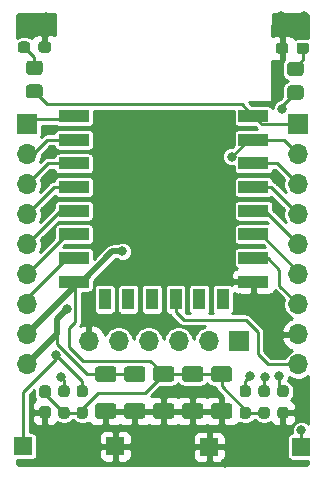
<source format=gbr>
%TF.GenerationSoftware,KiCad,Pcbnew,5.1.9-73d0e3b20d~88~ubuntu18.04.1*%
%TF.CreationDate,2021-11-28T01:15:10+02:00*%
%TF.ProjectId,ESP8266-Breakout,45535038-3236-4362-9d42-7265616b6f75,rev?*%
%TF.SameCoordinates,Original*%
%TF.FileFunction,Copper,L1,Top*%
%TF.FilePolarity,Positive*%
%FSLAX46Y46*%
G04 Gerber Fmt 4.6, Leading zero omitted, Abs format (unit mm)*
G04 Created by KiCad (PCBNEW 5.1.9-73d0e3b20d~88~ubuntu18.04.1) date 2021-11-28 01:15:10*
%MOMM*%
%LPD*%
G01*
G04 APERTURE LIST*
%TA.AperFunction,SMDPad,CuDef*%
%ADD10R,1.500000X1.500000*%
%TD*%
%TA.AperFunction,SMDPad,CuDef*%
%ADD11R,2.500000X1.000000*%
%TD*%
%TA.AperFunction,SMDPad,CuDef*%
%ADD12R,1.000000X1.800000*%
%TD*%
%TA.AperFunction,ComponentPad*%
%ADD13O,1.700000X1.700000*%
%TD*%
%TA.AperFunction,ComponentPad*%
%ADD14R,1.700000X1.700000*%
%TD*%
%TA.AperFunction,ViaPad*%
%ADD15C,0.800000*%
%TD*%
%TA.AperFunction,Conductor*%
%ADD16C,0.250000*%
%TD*%
%TA.AperFunction,Conductor*%
%ADD17C,0.500000*%
%TD*%
%TA.AperFunction,Conductor*%
%ADD18C,0.254000*%
%TD*%
%TA.AperFunction,Conductor*%
%ADD19C,0.100000*%
%TD*%
G04 APERTURE END LIST*
D10*
%TO.P,SW501,2*%
%TO.N,/GPIO0*%
X163850000Y-102200000D03*
%TO.P,SW501,1*%
%TO.N,GND*%
X156050000Y-102200000D03*
%TD*%
D11*
%TO.P,U501,22*%
%TO.N,/GPIO1*%
X159800000Y-74200000D03*
%TO.P,U501,21*%
%TO.N,/GPIO3*%
X159800000Y-76200000D03*
%TO.P,U501,20*%
%TO.N,/GPIO5*%
X159800000Y-78200000D03*
%TO.P,U501,19*%
%TO.N,/GPIO4*%
X159800000Y-80200000D03*
%TO.P,U501,18*%
%TO.N,/GPIO0*%
X159800000Y-82200000D03*
%TO.P,U501,17*%
%TO.N,/GPIO2*%
X159800000Y-84200000D03*
%TO.P,U501,16*%
%TO.N,/GPIO15*%
X159800000Y-86200000D03*
%TO.P,U501,15*%
%TO.N,GND*%
X159800000Y-88200000D03*
D12*
%TO.P,U501,14*%
%TO.N,Net-(U501-Pad14)*%
X157200000Y-89700000D03*
%TO.P,U501,13*%
%TO.N,Net-(U501-Pad13)*%
X155200000Y-89700000D03*
%TO.P,U501,12*%
%TO.N,/GPIO10*%
X153200000Y-89700000D03*
%TO.P,U501,11*%
%TO.N,Net-(U501-Pad11)*%
X151200000Y-89700000D03*
%TO.P,U501,10*%
%TO.N,Net-(U501-Pad10)*%
X149200000Y-89700000D03*
%TO.P,U501,9*%
%TO.N,Net-(U501-Pad9)*%
X147200000Y-89700000D03*
D11*
%TO.P,U501,8*%
%TO.N,+3V3*%
X144600000Y-88200000D03*
%TO.P,U501,7*%
%TO.N,/GPIO13*%
X144600000Y-86200000D03*
%TO.P,U501,6*%
%TO.N,/GPIO12*%
X144600000Y-84200000D03*
%TO.P,U501,5*%
%TO.N,/GPIO14*%
X144600000Y-82200000D03*
%TO.P,U501,4*%
%TO.N,/GPIO16*%
X144600000Y-80200000D03*
%TO.P,U501,3*%
%TO.N,/EN*%
X144600000Y-78200000D03*
%TO.P,U501,2*%
%TO.N,/ADC*%
X144600000Y-76200000D03*
%TO.P,U501,1*%
%TO.N,/RST*%
X144600000Y-74200000D03*
%TD*%
D10*
%TO.P,SW502,2*%
%TO.N,/RST*%
X140300000Y-102150000D03*
%TO.P,SW502,1*%
%TO.N,GND*%
X148100000Y-102150000D03*
%TD*%
%TO.P,R507,2*%
%TO.N,/GPIO3*%
%TA.AperFunction,SMDPad,CuDef*%
G36*
G01*
X162899999Y-71600000D02*
X163800001Y-71600000D01*
G75*
G02*
X164050000Y-71849999I0J-249999D01*
G01*
X164050000Y-72550001D01*
G75*
G02*
X163800001Y-72800000I-249999J0D01*
G01*
X162899999Y-72800000D01*
G75*
G02*
X162650000Y-72550001I0J249999D01*
G01*
X162650000Y-71849999D01*
G75*
G02*
X162899999Y-71600000I249999J0D01*
G01*
G37*
%TD.AperFunction*%
%TO.P,R507,1*%
%TO.N,Net-(D502-Pad2)*%
%TA.AperFunction,SMDPad,CuDef*%
G36*
G01*
X162899999Y-69600000D02*
X163800001Y-69600000D01*
G75*
G02*
X164050000Y-69849999I0J-249999D01*
G01*
X164050000Y-70550001D01*
G75*
G02*
X163800001Y-70800000I-249999J0D01*
G01*
X162899999Y-70800000D01*
G75*
G02*
X162650000Y-70550001I0J249999D01*
G01*
X162650000Y-69849999D01*
G75*
G02*
X162899999Y-69600000I249999J0D01*
G01*
G37*
%TD.AperFunction*%
%TD*%
%TO.P,R506,2*%
%TO.N,/GPIO15*%
%TA.AperFunction,SMDPad,CuDef*%
G36*
G01*
X162537500Y-97975000D02*
X162062500Y-97975000D01*
G75*
G02*
X161825000Y-97737500I0J237500D01*
G01*
X161825000Y-97237500D01*
G75*
G02*
X162062500Y-97000000I237500J0D01*
G01*
X162537500Y-97000000D01*
G75*
G02*
X162775000Y-97237500I0J-237500D01*
G01*
X162775000Y-97737500D01*
G75*
G02*
X162537500Y-97975000I-237500J0D01*
G01*
G37*
%TD.AperFunction*%
%TO.P,R506,1*%
%TO.N,GND*%
%TA.AperFunction,SMDPad,CuDef*%
G36*
G01*
X162537500Y-99800000D02*
X162062500Y-99800000D01*
G75*
G02*
X161825000Y-99562500I0J237500D01*
G01*
X161825000Y-99062500D01*
G75*
G02*
X162062500Y-98825000I237500J0D01*
G01*
X162537500Y-98825000D01*
G75*
G02*
X162775000Y-99062500I0J-237500D01*
G01*
X162775000Y-99562500D01*
G75*
G02*
X162537500Y-99800000I-237500J0D01*
G01*
G37*
%TD.AperFunction*%
%TD*%
%TO.P,R505,2*%
%TO.N,/GPIO2*%
%TA.AperFunction,SMDPad,CuDef*%
G36*
G01*
X160937500Y-97975000D02*
X160462500Y-97975000D01*
G75*
G02*
X160225000Y-97737500I0J237500D01*
G01*
X160225000Y-97237500D01*
G75*
G02*
X160462500Y-97000000I237500J0D01*
G01*
X160937500Y-97000000D01*
G75*
G02*
X161175000Y-97237500I0J-237500D01*
G01*
X161175000Y-97737500D01*
G75*
G02*
X160937500Y-97975000I-237500J0D01*
G01*
G37*
%TD.AperFunction*%
%TO.P,R505,1*%
%TO.N,+3V3*%
%TA.AperFunction,SMDPad,CuDef*%
G36*
G01*
X160937500Y-99800000D02*
X160462500Y-99800000D01*
G75*
G02*
X160225000Y-99562500I0J237500D01*
G01*
X160225000Y-99062500D01*
G75*
G02*
X160462500Y-98825000I237500J0D01*
G01*
X160937500Y-98825000D01*
G75*
G02*
X161175000Y-99062500I0J-237500D01*
G01*
X161175000Y-99562500D01*
G75*
G02*
X160937500Y-99800000I-237500J0D01*
G01*
G37*
%TD.AperFunction*%
%TD*%
%TO.P,R504,2*%
%TO.N,/GPIO1*%
%TA.AperFunction,SMDPad,CuDef*%
G36*
G01*
X140799999Y-71500000D02*
X141700001Y-71500000D01*
G75*
G02*
X141950000Y-71749999I0J-249999D01*
G01*
X141950000Y-72450001D01*
G75*
G02*
X141700001Y-72700000I-249999J0D01*
G01*
X140799999Y-72700000D01*
G75*
G02*
X140550000Y-72450001I0J249999D01*
G01*
X140550000Y-71749999D01*
G75*
G02*
X140799999Y-71500000I249999J0D01*
G01*
G37*
%TD.AperFunction*%
%TO.P,R504,1*%
%TO.N,Net-(D501-Pad2)*%
%TA.AperFunction,SMDPad,CuDef*%
G36*
G01*
X140799999Y-69500000D02*
X141700001Y-69500000D01*
G75*
G02*
X141950000Y-69749999I0J-249999D01*
G01*
X141950000Y-70450001D01*
G75*
G02*
X141700001Y-70700000I-249999J0D01*
G01*
X140799999Y-70700000D01*
G75*
G02*
X140550000Y-70450001I0J249999D01*
G01*
X140550000Y-69749999D01*
G75*
G02*
X140799999Y-69500000I249999J0D01*
G01*
G37*
%TD.AperFunction*%
%TD*%
%TO.P,R503,2*%
%TO.N,/EN*%
%TA.AperFunction,SMDPad,CuDef*%
G36*
G01*
X143987500Y-97975000D02*
X143512500Y-97975000D01*
G75*
G02*
X143275000Y-97737500I0J237500D01*
G01*
X143275000Y-97237500D01*
G75*
G02*
X143512500Y-97000000I237500J0D01*
G01*
X143987500Y-97000000D01*
G75*
G02*
X144225000Y-97237500I0J-237500D01*
G01*
X144225000Y-97737500D01*
G75*
G02*
X143987500Y-97975000I-237500J0D01*
G01*
G37*
%TD.AperFunction*%
%TO.P,R503,1*%
%TO.N,+3V3*%
%TA.AperFunction,SMDPad,CuDef*%
G36*
G01*
X143987500Y-99800000D02*
X143512500Y-99800000D01*
G75*
G02*
X143275000Y-99562500I0J237500D01*
G01*
X143275000Y-99062500D01*
G75*
G02*
X143512500Y-98825000I237500J0D01*
G01*
X143987500Y-98825000D01*
G75*
G02*
X144225000Y-99062500I0J-237500D01*
G01*
X144225000Y-99562500D01*
G75*
G02*
X143987500Y-99800000I-237500J0D01*
G01*
G37*
%TD.AperFunction*%
%TD*%
%TO.P,R502,2*%
%TO.N,+3V3*%
%TA.AperFunction,SMDPad,CuDef*%
G36*
G01*
X145062500Y-98825000D02*
X145537500Y-98825000D01*
G75*
G02*
X145775000Y-99062500I0J-237500D01*
G01*
X145775000Y-99562500D01*
G75*
G02*
X145537500Y-99800000I-237500J0D01*
G01*
X145062500Y-99800000D01*
G75*
G02*
X144825000Y-99562500I0J237500D01*
G01*
X144825000Y-99062500D01*
G75*
G02*
X145062500Y-98825000I237500J0D01*
G01*
G37*
%TD.AperFunction*%
%TO.P,R502,1*%
%TO.N,/RST*%
%TA.AperFunction,SMDPad,CuDef*%
G36*
G01*
X145062500Y-97000000D02*
X145537500Y-97000000D01*
G75*
G02*
X145775000Y-97237500I0J-237500D01*
G01*
X145775000Y-97737500D01*
G75*
G02*
X145537500Y-97975000I-237500J0D01*
G01*
X145062500Y-97975000D01*
G75*
G02*
X144825000Y-97737500I0J237500D01*
G01*
X144825000Y-97237500D01*
G75*
G02*
X145062500Y-97000000I237500J0D01*
G01*
G37*
%TD.AperFunction*%
%TD*%
%TO.P,R501,2*%
%TO.N,+3V3*%
%TA.AperFunction,SMDPad,CuDef*%
G36*
G01*
X158862500Y-98825000D02*
X159337500Y-98825000D01*
G75*
G02*
X159575000Y-99062500I0J-237500D01*
G01*
X159575000Y-99562500D01*
G75*
G02*
X159337500Y-99800000I-237500J0D01*
G01*
X158862500Y-99800000D01*
G75*
G02*
X158625000Y-99562500I0J237500D01*
G01*
X158625000Y-99062500D01*
G75*
G02*
X158862500Y-98825000I237500J0D01*
G01*
G37*
%TD.AperFunction*%
%TO.P,R501,1*%
%TO.N,/GPIO0*%
%TA.AperFunction,SMDPad,CuDef*%
G36*
G01*
X158862500Y-97000000D02*
X159337500Y-97000000D01*
G75*
G02*
X159575000Y-97237500I0J-237500D01*
G01*
X159575000Y-97737500D01*
G75*
G02*
X159337500Y-97975000I-237500J0D01*
G01*
X158862500Y-97975000D01*
G75*
G02*
X158625000Y-97737500I0J237500D01*
G01*
X158625000Y-97237500D01*
G75*
G02*
X158862500Y-97000000I237500J0D01*
G01*
G37*
%TD.AperFunction*%
%TD*%
D13*
%TO.P,J501,6*%
%TO.N,GND*%
X145850000Y-93250000D03*
%TO.P,J501,5*%
%TO.N,Net-(J501-Pad5)*%
X148390000Y-93250000D03*
%TO.P,J501,4*%
%TO.N,Net-(J501-Pad4)*%
X150930000Y-93250000D03*
%TO.P,J501,3*%
%TO.N,/GPIO3*%
X153470000Y-93250000D03*
%TO.P,J501,2*%
%TO.N,/GPIO1*%
X156010000Y-93250000D03*
D14*
%TO.P,J501,1*%
%TO.N,Net-(J501-Pad1)*%
X158550000Y-93250000D03*
%TD*%
%TO.P,D502,2*%
%TO.N,Net-(D502-Pad2)*%
%TA.AperFunction,SMDPad,CuDef*%
G36*
G01*
X163450000Y-68687500D02*
X163450000Y-68212500D01*
G75*
G02*
X163687500Y-67975000I237500J0D01*
G01*
X164262500Y-67975000D01*
G75*
G02*
X164500000Y-68212500I0J-237500D01*
G01*
X164500000Y-68687500D01*
G75*
G02*
X164262500Y-68925000I-237500J0D01*
G01*
X163687500Y-68925000D01*
G75*
G02*
X163450000Y-68687500I0J237500D01*
G01*
G37*
%TD.AperFunction*%
%TO.P,D502,1*%
%TO.N,GND*%
%TA.AperFunction,SMDPad,CuDef*%
G36*
G01*
X161700000Y-68687500D02*
X161700000Y-68212500D01*
G75*
G02*
X161937500Y-67975000I237500J0D01*
G01*
X162512500Y-67975000D01*
G75*
G02*
X162750000Y-68212500I0J-237500D01*
G01*
X162750000Y-68687500D01*
G75*
G02*
X162512500Y-68925000I-237500J0D01*
G01*
X161937500Y-68925000D01*
G75*
G02*
X161700000Y-68687500I0J237500D01*
G01*
G37*
%TD.AperFunction*%
%TD*%
%TO.P,D501,2*%
%TO.N,Net-(D501-Pad2)*%
%TA.AperFunction,SMDPad,CuDef*%
G36*
G01*
X140900000Y-68112500D02*
X140900000Y-68587500D01*
G75*
G02*
X140662500Y-68825000I-237500J0D01*
G01*
X140087500Y-68825000D01*
G75*
G02*
X139850000Y-68587500I0J237500D01*
G01*
X139850000Y-68112500D01*
G75*
G02*
X140087500Y-67875000I237500J0D01*
G01*
X140662500Y-67875000D01*
G75*
G02*
X140900000Y-68112500I0J-237500D01*
G01*
G37*
%TD.AperFunction*%
%TO.P,D501,1*%
%TO.N,GND*%
%TA.AperFunction,SMDPad,CuDef*%
G36*
G01*
X142650000Y-68112500D02*
X142650000Y-68587500D01*
G75*
G02*
X142412500Y-68825000I-237500J0D01*
G01*
X141837500Y-68825000D01*
G75*
G02*
X141600000Y-68587500I0J237500D01*
G01*
X141600000Y-68112500D01*
G75*
G02*
X141837500Y-67875000I237500J0D01*
G01*
X142412500Y-67875000D01*
G75*
G02*
X142650000Y-68112500I0J-237500D01*
G01*
G37*
%TD.AperFunction*%
%TD*%
%TO.P,C502,2*%
%TO.N,GND*%
%TA.AperFunction,SMDPad,CuDef*%
G36*
G01*
X151549999Y-98500000D02*
X152850001Y-98500000D01*
G75*
G02*
X153100000Y-98749999I0J-249999D01*
G01*
X153100000Y-99575001D01*
G75*
G02*
X152850001Y-99825000I-249999J0D01*
G01*
X151549999Y-99825000D01*
G75*
G02*
X151300000Y-99575001I0J249999D01*
G01*
X151300000Y-98749999D01*
G75*
G02*
X151549999Y-98500000I249999J0D01*
G01*
G37*
%TD.AperFunction*%
%TO.P,C502,1*%
%TO.N,+3V3*%
%TA.AperFunction,SMDPad,CuDef*%
G36*
G01*
X151549999Y-95375000D02*
X152850001Y-95375000D01*
G75*
G02*
X153100000Y-95624999I0J-249999D01*
G01*
X153100000Y-96450001D01*
G75*
G02*
X152850001Y-96700000I-249999J0D01*
G01*
X151549999Y-96700000D01*
G75*
G02*
X151300000Y-96450001I0J249999D01*
G01*
X151300000Y-95624999D01*
G75*
G02*
X151549999Y-95375000I249999J0D01*
G01*
G37*
%TD.AperFunction*%
%TD*%
%TO.P,C501,2*%
%TO.N,GND*%
%TA.AperFunction,SMDPad,CuDef*%
G36*
G01*
X141912500Y-98725000D02*
X142387500Y-98725000D01*
G75*
G02*
X142625000Y-98962500I0J-237500D01*
G01*
X142625000Y-99562500D01*
G75*
G02*
X142387500Y-99800000I-237500J0D01*
G01*
X141912500Y-99800000D01*
G75*
G02*
X141675000Y-99562500I0J237500D01*
G01*
X141675000Y-98962500D01*
G75*
G02*
X141912500Y-98725000I237500J0D01*
G01*
G37*
%TD.AperFunction*%
%TO.P,C501,1*%
%TO.N,+3V3*%
%TA.AperFunction,SMDPad,CuDef*%
G36*
G01*
X141912500Y-97000000D02*
X142387500Y-97000000D01*
G75*
G02*
X142625000Y-97237500I0J-237500D01*
G01*
X142625000Y-97837500D01*
G75*
G02*
X142387500Y-98075000I-237500J0D01*
G01*
X141912500Y-98075000D01*
G75*
G02*
X141675000Y-97837500I0J237500D01*
G01*
X141675000Y-97237500D01*
G75*
G02*
X141912500Y-97000000I237500J0D01*
G01*
G37*
%TD.AperFunction*%
%TD*%
%TO.P,C104,2*%
%TO.N,GND*%
%TA.AperFunction,SMDPad,CuDef*%
G36*
G01*
X156449999Y-98500000D02*
X157750001Y-98500000D01*
G75*
G02*
X158000000Y-98749999I0J-249999D01*
G01*
X158000000Y-99575001D01*
G75*
G02*
X157750001Y-99825000I-249999J0D01*
G01*
X156449999Y-99825000D01*
G75*
G02*
X156200000Y-99575001I0J249999D01*
G01*
X156200000Y-98749999D01*
G75*
G02*
X156449999Y-98500000I249999J0D01*
G01*
G37*
%TD.AperFunction*%
%TO.P,C104,1*%
%TO.N,+3V3*%
%TA.AperFunction,SMDPad,CuDef*%
G36*
G01*
X156449999Y-95375000D02*
X157750001Y-95375000D01*
G75*
G02*
X158000000Y-95624999I0J-249999D01*
G01*
X158000000Y-96450001D01*
G75*
G02*
X157750001Y-96700000I-249999J0D01*
G01*
X156449999Y-96700000D01*
G75*
G02*
X156200000Y-96450001I0J249999D01*
G01*
X156200000Y-95624999D01*
G75*
G02*
X156449999Y-95375000I249999J0D01*
G01*
G37*
%TD.AperFunction*%
%TD*%
%TO.P,C103,2*%
%TO.N,GND*%
%TA.AperFunction,SMDPad,CuDef*%
G36*
G01*
X153999999Y-98500000D02*
X155300001Y-98500000D01*
G75*
G02*
X155550000Y-98749999I0J-249999D01*
G01*
X155550000Y-99575001D01*
G75*
G02*
X155300001Y-99825000I-249999J0D01*
G01*
X153999999Y-99825000D01*
G75*
G02*
X153750000Y-99575001I0J249999D01*
G01*
X153750000Y-98749999D01*
G75*
G02*
X153999999Y-98500000I249999J0D01*
G01*
G37*
%TD.AperFunction*%
%TO.P,C103,1*%
%TO.N,+3V3*%
%TA.AperFunction,SMDPad,CuDef*%
G36*
G01*
X153999999Y-95375000D02*
X155300001Y-95375000D01*
G75*
G02*
X155550000Y-95624999I0J-249999D01*
G01*
X155550000Y-96450001D01*
G75*
G02*
X155300001Y-96700000I-249999J0D01*
G01*
X153999999Y-96700000D01*
G75*
G02*
X153750000Y-96450001I0J249999D01*
G01*
X153750000Y-95624999D01*
G75*
G02*
X153999999Y-95375000I249999J0D01*
G01*
G37*
%TD.AperFunction*%
%TD*%
%TO.P,C102,2*%
%TO.N,GND*%
%TA.AperFunction,SMDPad,CuDef*%
G36*
G01*
X146649999Y-98500000D02*
X147950001Y-98500000D01*
G75*
G02*
X148200000Y-98749999I0J-249999D01*
G01*
X148200000Y-99575001D01*
G75*
G02*
X147950001Y-99825000I-249999J0D01*
G01*
X146649999Y-99825000D01*
G75*
G02*
X146400000Y-99575001I0J249999D01*
G01*
X146400000Y-98749999D01*
G75*
G02*
X146649999Y-98500000I249999J0D01*
G01*
G37*
%TD.AperFunction*%
%TO.P,C102,1*%
%TO.N,+5V*%
%TA.AperFunction,SMDPad,CuDef*%
G36*
G01*
X146649999Y-95375000D02*
X147950001Y-95375000D01*
G75*
G02*
X148200000Y-95624999I0J-249999D01*
G01*
X148200000Y-96450001D01*
G75*
G02*
X147950001Y-96700000I-249999J0D01*
G01*
X146649999Y-96700000D01*
G75*
G02*
X146400000Y-96450001I0J249999D01*
G01*
X146400000Y-95624999D01*
G75*
G02*
X146649999Y-95375000I249999J0D01*
G01*
G37*
%TD.AperFunction*%
%TD*%
%TO.P,C101,2*%
%TO.N,GND*%
%TA.AperFunction,SMDPad,CuDef*%
G36*
G01*
X149099999Y-98500000D02*
X150400001Y-98500000D01*
G75*
G02*
X150650000Y-98749999I0J-249999D01*
G01*
X150650000Y-99575001D01*
G75*
G02*
X150400001Y-99825000I-249999J0D01*
G01*
X149099999Y-99825000D01*
G75*
G02*
X148850000Y-99575001I0J249999D01*
G01*
X148850000Y-98749999D01*
G75*
G02*
X149099999Y-98500000I249999J0D01*
G01*
G37*
%TD.AperFunction*%
%TO.P,C101,1*%
%TO.N,+5V*%
%TA.AperFunction,SMDPad,CuDef*%
G36*
G01*
X149099999Y-95375000D02*
X150400001Y-95375000D01*
G75*
G02*
X150650000Y-95624999I0J-249999D01*
G01*
X150650000Y-96450001D01*
G75*
G02*
X150400001Y-96700000I-249999J0D01*
G01*
X149099999Y-96700000D01*
G75*
G02*
X148850000Y-96450001I0J249999D01*
G01*
X148850000Y-95624999D01*
G75*
G02*
X149099999Y-95375000I249999J0D01*
G01*
G37*
%TD.AperFunction*%
%TD*%
%TO.P,J101,1*%
%TO.N,/RST*%
X140600000Y-74900000D03*
D13*
%TO.P,J101,2*%
%TO.N,/ADC*%
X140600000Y-77440000D03*
%TO.P,J101,3*%
%TO.N,/EN*%
X140600000Y-79980000D03*
%TO.P,J101,4*%
%TO.N,/GPIO16*%
X140600000Y-82520000D03*
%TO.P,J101,5*%
%TO.N,/GPIO14*%
X140600000Y-85060000D03*
%TO.P,J101,6*%
%TO.N,/GPIO12*%
X140600000Y-87600000D03*
%TO.P,J101,7*%
%TO.N,/GPIO13*%
X140600000Y-90140000D03*
%TO.P,J101,8*%
%TO.N,+3V3*%
X140600000Y-92680000D03*
%TO.P,J101,9*%
%TO.N,+5V*%
X140600000Y-95220000D03*
%TD*%
%TO.P,J102,9*%
%TO.N,/GPIO10*%
X163600000Y-95220000D03*
%TO.P,J102,8*%
%TO.N,GND*%
X163600000Y-92680000D03*
%TO.P,J102,7*%
%TO.N,/GPIO15*%
X163600000Y-90140000D03*
%TO.P,J102,6*%
%TO.N,/GPIO2*%
X163600000Y-87600000D03*
%TO.P,J102,5*%
%TO.N,/GPIO0*%
X163600000Y-85060000D03*
%TO.P,J102,4*%
%TO.N,/GPIO4*%
X163600000Y-82520000D03*
%TO.P,J102,3*%
%TO.N,/GPIO5*%
X163600000Y-79980000D03*
%TO.P,J102,2*%
%TO.N,/GPIO3*%
X163600000Y-77440000D03*
D14*
%TO.P,J102,1*%
%TO.N,/GPIO1*%
X163600000Y-74900000D03*
%TD*%
D15*
%TO.N,GND*%
X150400000Y-101250000D03*
X140150000Y-65850000D03*
X164050000Y-65750000D03*
X149250000Y-88050000D03*
X157100000Y-87850000D03*
X156050000Y-87900000D03*
X157150000Y-86850000D03*
X150350000Y-88050000D03*
X148100000Y-88050000D03*
X146950000Y-88050000D03*
X154850000Y-87900000D03*
X146600000Y-84000000D03*
X146600000Y-81100000D03*
X146700000Y-77650000D03*
X146700000Y-74350000D03*
X157650000Y-74300000D03*
X157250000Y-84000000D03*
X157150000Y-81100000D03*
X153750000Y-101300000D03*
X141600000Y-100800000D03*
X146750000Y-103500000D03*
X162550000Y-100800000D03*
X157400000Y-103550000D03*
X162150000Y-65700000D03*
X142250000Y-65800000D03*
X158650000Y-89550000D03*
X154950000Y-84950000D03*
X157150000Y-85850000D03*
X160300000Y-89700000D03*
X163850000Y-97400000D03*
%TO.N,+5V*%
X143974990Y-90550000D03*
%TO.N,+3V3*%
X148700000Y-85650000D03*
%TO.N,/EN*%
X143500000Y-96250000D03*
%TO.N,/GPIO2*%
X160750000Y-96250000D03*
%TO.N,/GPIO15*%
X162000000Y-96200000D03*
%TO.N,/RST*%
X143112340Y-94437660D03*
%TO.N,/GPIO0*%
X159500000Y-96200000D03*
X163850000Y-100800000D03*
%TO.N,/GPIO3*%
X162250000Y-73550000D03*
X157956019Y-77615146D03*
%TD*%
D16*
%TO.N,+5V*%
X143010000Y-92810000D02*
X140600000Y-95220000D01*
D17*
X140600000Y-95220000D02*
X141449999Y-94370001D01*
D16*
X149750000Y-96037500D02*
X147300000Y-96037500D01*
D17*
X141449999Y-94370001D02*
X143160000Y-92660000D01*
D16*
X143160000Y-93460000D02*
X143160000Y-92660000D01*
X145737500Y-96037500D02*
X143160000Y-93460000D01*
X147300000Y-96037500D02*
X145737500Y-96037500D01*
D17*
X143160000Y-92660000D02*
X143160000Y-91364990D01*
X143160000Y-91364990D02*
X143974990Y-90550000D01*
%TO.N,+3V3*%
X144600000Y-88680000D02*
X144600000Y-88200000D01*
X143515000Y-89765000D02*
X144600000Y-88680000D01*
X140600000Y-92680000D02*
X143515000Y-89765000D01*
X147850000Y-85650000D02*
X148700000Y-85650000D01*
X144600000Y-88200000D02*
X145300000Y-88200000D01*
X145300000Y-88200000D02*
X147850000Y-85650000D01*
D16*
X152200000Y-96037500D02*
X154650000Y-96037500D01*
X154650000Y-96037500D02*
X157100000Y-96037500D01*
X159100000Y-99312500D02*
X160700000Y-99312500D01*
X143700000Y-99262500D02*
X143750000Y-99312500D01*
X143750000Y-99312500D02*
X145300000Y-99312500D01*
X142150000Y-97712500D02*
X143750000Y-99312500D01*
X142150000Y-97537500D02*
X142150000Y-97712500D01*
X150587500Y-97650000D02*
X152200000Y-96037500D01*
X146650000Y-97650000D02*
X150587500Y-97650000D01*
X145300000Y-99312500D02*
X145300000Y-99000000D01*
X145300000Y-99000000D02*
X146650000Y-97650000D01*
X157100000Y-96037500D02*
X157100000Y-97050000D01*
X159100000Y-99050000D02*
X159100000Y-99312500D01*
X157100000Y-97050000D02*
X159100000Y-99050000D01*
X144700000Y-91600000D02*
X144700000Y-88300000D01*
X144150000Y-92100000D02*
X144200000Y-92100000D01*
X145350000Y-94900000D02*
X144150000Y-93700000D01*
X151062500Y-94900000D02*
X145350000Y-94900000D01*
X144700000Y-88300000D02*
X144600000Y-88200000D01*
X144150000Y-93700000D02*
X144150000Y-92100000D01*
X152200000Y-96037500D02*
X151062500Y-94900000D01*
X144200000Y-92100000D02*
X144700000Y-91600000D01*
%TO.N,/GPIO13*%
X144000000Y-86200000D02*
X144600000Y-86200000D01*
X140600000Y-90140000D02*
X140600000Y-89600000D01*
X140600000Y-89600000D02*
X144000000Y-86200000D01*
%TO.N,/GPIO12*%
X144000000Y-84200000D02*
X144600000Y-84200000D01*
X140600000Y-87600000D02*
X144000000Y-84200000D01*
%TO.N,/GPIO14*%
X143460000Y-82200000D02*
X144600000Y-82200000D01*
X140600000Y-85060000D02*
X143460000Y-82200000D01*
%TO.N,/GPIO16*%
X142920000Y-80200000D02*
X144600000Y-80200000D01*
X140600000Y-82520000D02*
X142920000Y-80200000D01*
%TO.N,/EN*%
X142380000Y-78200000D02*
X144600000Y-78200000D01*
X140600000Y-79980000D02*
X142380000Y-78200000D01*
X143750000Y-97487500D02*
X143750000Y-96500000D01*
X143750000Y-96500000D02*
X143500000Y-96250000D01*
%TO.N,/ADC*%
X142350000Y-76200000D02*
X144600000Y-76200000D01*
X140600000Y-77440000D02*
X141110000Y-77440000D01*
X141110000Y-77440000D02*
X142350000Y-76200000D01*
%TO.N,/GPIO5*%
X161820000Y-78200000D02*
X159800000Y-78200000D01*
X163600000Y-79980000D02*
X161820000Y-78200000D01*
%TO.N,/GPIO4*%
X161280000Y-80200000D02*
X159800000Y-80200000D01*
X163600000Y-82520000D02*
X161280000Y-80200000D01*
%TO.N,/GPIO2*%
X160700000Y-97487500D02*
X160700000Y-96300000D01*
X160700000Y-96300000D02*
X160750000Y-96250000D01*
X163600000Y-87600000D02*
X163600000Y-87350000D01*
X160450000Y-84200000D02*
X159800000Y-84200000D01*
X163600000Y-87350000D02*
X160450000Y-84200000D01*
%TO.N,/GPIO15*%
X161000000Y-86200000D02*
X159800000Y-86200000D01*
X162000000Y-87200000D02*
X161000000Y-86200000D01*
X163600000Y-90140000D02*
X162000000Y-88540000D01*
X162000000Y-88540000D02*
X162000000Y-87200000D01*
X162000000Y-97187500D02*
X162300000Y-97487500D01*
X162000000Y-96200000D02*
X162000000Y-97187500D01*
%TO.N,Net-(D501-Pad2)*%
X141250000Y-69225000D02*
X140375000Y-68350000D01*
X141250000Y-70100000D02*
X141250000Y-69225000D01*
%TO.N,Net-(D502-Pad2)*%
X163975000Y-69425000D02*
X163975000Y-68450000D01*
X163350000Y-70200000D02*
X163350000Y-70050000D01*
X163350000Y-70050000D02*
X163975000Y-69425000D01*
%TO.N,/RST*%
X140450000Y-102000000D02*
X140300000Y-102150000D01*
X140600000Y-74900000D02*
X141050000Y-74450000D01*
X144350000Y-74450000D02*
X144600000Y-74200000D01*
X141050000Y-74450000D02*
X144350000Y-74450000D01*
X145300000Y-97487500D02*
X145300000Y-96625320D01*
X145300000Y-96625320D02*
X143112340Y-94437660D01*
X143112340Y-94737660D02*
X143112340Y-94437660D01*
X140300000Y-102150000D02*
X140300000Y-97550000D01*
X140300000Y-97550000D02*
X143112340Y-94737660D01*
%TO.N,/GPIO10*%
X153200000Y-90750000D02*
X153200000Y-89700000D01*
X161070000Y-95220000D02*
X160150000Y-94300000D01*
X160150000Y-94300000D02*
X160150000Y-92450000D01*
X163600000Y-95220000D02*
X161070000Y-95220000D01*
X160150000Y-92450000D02*
X159150000Y-91450000D01*
X159150000Y-91450000D02*
X153900000Y-91450000D01*
X153900000Y-91450000D02*
X153200000Y-90750000D01*
%TO.N,/GPIO0*%
X160740000Y-82200000D02*
X159800000Y-82200000D01*
X163600000Y-85060000D02*
X160740000Y-82200000D01*
X159100000Y-97487500D02*
X159100001Y-96599999D01*
X159100001Y-96599999D02*
X159500000Y-96200000D01*
X163850000Y-102200000D02*
X163850000Y-100800000D01*
%TO.N,/GPIO3*%
X162360000Y-76200000D02*
X159800000Y-76200000D01*
X163600000Y-77440000D02*
X162360000Y-76200000D01*
X163350000Y-72200000D02*
X162250000Y-73300000D01*
X162250000Y-73300000D02*
X162250000Y-73550000D01*
X159371165Y-76200000D02*
X157956019Y-77615146D01*
X159800000Y-76200000D02*
X159371165Y-76200000D01*
%TO.N,/GPIO1*%
X142350000Y-73200000D02*
X141250000Y-72100000D01*
X159800000Y-74200000D02*
X158800000Y-73200000D01*
X158800000Y-73200000D02*
X142350000Y-73200000D01*
X160500000Y-74900000D02*
X159800000Y-74200000D01*
X163600000Y-74900000D02*
X160500000Y-74900000D01*
%TD*%
D18*
%TO.N,GND*%
X164448001Y-100228448D02*
X164377181Y-100157628D01*
X164241731Y-100067123D01*
X164091227Y-100004782D01*
X163931452Y-99973000D01*
X163768548Y-99973000D01*
X163608773Y-100004782D01*
X163458269Y-100067123D01*
X163322819Y-100157628D01*
X163207628Y-100272819D01*
X163117123Y-100408269D01*
X163054782Y-100558773D01*
X163023000Y-100718548D01*
X163023000Y-100881452D01*
X163051692Y-101025692D01*
X163016293Y-101029178D01*
X162935804Y-101053595D01*
X162861624Y-101093245D01*
X162796605Y-101146605D01*
X162743245Y-101211624D01*
X162703595Y-101285804D01*
X162679178Y-101366293D01*
X162670934Y-101450000D01*
X162670934Y-102950000D01*
X162679178Y-103033707D01*
X162703595Y-103114196D01*
X162743245Y-103188376D01*
X162796605Y-103253395D01*
X162861624Y-103306755D01*
X162935804Y-103346405D01*
X163016293Y-103370822D01*
X163100000Y-103379066D01*
X164448001Y-103379066D01*
X164448001Y-103477883D01*
X164441151Y-103547749D01*
X164427283Y-103593679D01*
X164404758Y-103636043D01*
X164374435Y-103673223D01*
X164337471Y-103703802D01*
X164295261Y-103726625D01*
X164249432Y-103740812D01*
X164181037Y-103748000D01*
X140022107Y-103748000D01*
X139952251Y-103741151D01*
X139906321Y-103727283D01*
X139863957Y-103704758D01*
X139826777Y-103674435D01*
X139796198Y-103637471D01*
X139773375Y-103595261D01*
X139759188Y-103549432D01*
X139752000Y-103481037D01*
X139752000Y-103329066D01*
X141050000Y-103329066D01*
X141133707Y-103320822D01*
X141214196Y-103296405D01*
X141288376Y-103256755D01*
X141353395Y-103203395D01*
X141406755Y-103138376D01*
X141446405Y-103064196D01*
X141470822Y-102983707D01*
X141479066Y-102900000D01*
X146711928Y-102900000D01*
X146724188Y-103024482D01*
X146760498Y-103144180D01*
X146819463Y-103254494D01*
X146898815Y-103351185D01*
X146995506Y-103430537D01*
X147105820Y-103489502D01*
X147225518Y-103525812D01*
X147350000Y-103538072D01*
X147814250Y-103535000D01*
X147973000Y-103376250D01*
X147973000Y-102277000D01*
X148227000Y-102277000D01*
X148227000Y-103376250D01*
X148385750Y-103535000D01*
X148850000Y-103538072D01*
X148974482Y-103525812D01*
X149094180Y-103489502D01*
X149204494Y-103430537D01*
X149301185Y-103351185D01*
X149380537Y-103254494D01*
X149439502Y-103144180D01*
X149475812Y-103024482D01*
X149483147Y-102950000D01*
X154661928Y-102950000D01*
X154674188Y-103074482D01*
X154710498Y-103194180D01*
X154769463Y-103304494D01*
X154848815Y-103401185D01*
X154945506Y-103480537D01*
X155055820Y-103539502D01*
X155175518Y-103575812D01*
X155300000Y-103588072D01*
X155764250Y-103585000D01*
X155923000Y-103426250D01*
X155923000Y-102327000D01*
X156177000Y-102327000D01*
X156177000Y-103426250D01*
X156335750Y-103585000D01*
X156800000Y-103588072D01*
X156924482Y-103575812D01*
X157044180Y-103539502D01*
X157154494Y-103480537D01*
X157251185Y-103401185D01*
X157330537Y-103304494D01*
X157389502Y-103194180D01*
X157425812Y-103074482D01*
X157438072Y-102950000D01*
X157435000Y-102485750D01*
X157276250Y-102327000D01*
X156177000Y-102327000D01*
X155923000Y-102327000D01*
X154823750Y-102327000D01*
X154665000Y-102485750D01*
X154661928Y-102950000D01*
X149483147Y-102950000D01*
X149488072Y-102900000D01*
X149485000Y-102435750D01*
X149326250Y-102277000D01*
X148227000Y-102277000D01*
X147973000Y-102277000D01*
X146873750Y-102277000D01*
X146715000Y-102435750D01*
X146711928Y-102900000D01*
X141479066Y-102900000D01*
X141479066Y-101400000D01*
X146711928Y-101400000D01*
X146715000Y-101864250D01*
X146873750Y-102023000D01*
X147973000Y-102023000D01*
X147973000Y-100923750D01*
X148227000Y-100923750D01*
X148227000Y-102023000D01*
X149326250Y-102023000D01*
X149485000Y-101864250D01*
X149487741Y-101450000D01*
X154661928Y-101450000D01*
X154665000Y-101914250D01*
X154823750Y-102073000D01*
X155923000Y-102073000D01*
X155923000Y-100973750D01*
X156177000Y-100973750D01*
X156177000Y-102073000D01*
X157276250Y-102073000D01*
X157435000Y-101914250D01*
X157438072Y-101450000D01*
X157425812Y-101325518D01*
X157389502Y-101205820D01*
X157330537Y-101095506D01*
X157251185Y-100998815D01*
X157154494Y-100919463D01*
X157044180Y-100860498D01*
X156924482Y-100824188D01*
X156800000Y-100811928D01*
X156335750Y-100815000D01*
X156177000Y-100973750D01*
X155923000Y-100973750D01*
X155764250Y-100815000D01*
X155300000Y-100811928D01*
X155175518Y-100824188D01*
X155055820Y-100860498D01*
X154945506Y-100919463D01*
X154848815Y-100998815D01*
X154769463Y-101095506D01*
X154710498Y-101205820D01*
X154674188Y-101325518D01*
X154661928Y-101450000D01*
X149487741Y-101450000D01*
X149488072Y-101400000D01*
X149475812Y-101275518D01*
X149439502Y-101155820D01*
X149380537Y-101045506D01*
X149301185Y-100948815D01*
X149204494Y-100869463D01*
X149094180Y-100810498D01*
X148974482Y-100774188D01*
X148850000Y-100761928D01*
X148385750Y-100765000D01*
X148227000Y-100923750D01*
X147973000Y-100923750D01*
X147814250Y-100765000D01*
X147350000Y-100761928D01*
X147225518Y-100774188D01*
X147105820Y-100810498D01*
X146995506Y-100869463D01*
X146898815Y-100948815D01*
X146819463Y-101045506D01*
X146760498Y-101155820D01*
X146724188Y-101275518D01*
X146711928Y-101400000D01*
X141479066Y-101400000D01*
X141470822Y-101316293D01*
X141446405Y-101235804D01*
X141406755Y-101161624D01*
X141353395Y-101096605D01*
X141288376Y-101043245D01*
X141214196Y-101003595D01*
X141133707Y-100979178D01*
X141050000Y-100970934D01*
X140852000Y-100970934D01*
X140852000Y-99800000D01*
X141036928Y-99800000D01*
X141049188Y-99924482D01*
X141085498Y-100044180D01*
X141144463Y-100154494D01*
X141223815Y-100251185D01*
X141320506Y-100330537D01*
X141430820Y-100389502D01*
X141550518Y-100425812D01*
X141675000Y-100438072D01*
X141864250Y-100435000D01*
X142023000Y-100276250D01*
X142023000Y-99389500D01*
X141198750Y-99389500D01*
X141040000Y-99548250D01*
X141036928Y-99800000D01*
X140852000Y-99800000D01*
X140852000Y-97778644D01*
X141245934Y-97384710D01*
X141245934Y-97837500D01*
X141258742Y-97967541D01*
X141296673Y-98092584D01*
X141344324Y-98181732D01*
X141320506Y-98194463D01*
X141223815Y-98273815D01*
X141144463Y-98370506D01*
X141085498Y-98480820D01*
X141049188Y-98600518D01*
X141036928Y-98725000D01*
X141040000Y-98976750D01*
X141198750Y-99135500D01*
X142023000Y-99135500D01*
X142023000Y-99115500D01*
X142277000Y-99115500D01*
X142277000Y-99135500D01*
X142297000Y-99135500D01*
X142297000Y-99389500D01*
X142277000Y-99389500D01*
X142277000Y-100276250D01*
X142435750Y-100435000D01*
X142625000Y-100438072D01*
X142749482Y-100425812D01*
X142869180Y-100389502D01*
X142979494Y-100330537D01*
X143076185Y-100251185D01*
X143155537Y-100154494D01*
X143168268Y-100130676D01*
X143257416Y-100178327D01*
X143382459Y-100216258D01*
X143512500Y-100229066D01*
X143987500Y-100229066D01*
X144117541Y-100216258D01*
X144242584Y-100178327D01*
X144357824Y-100116729D01*
X144458833Y-100033833D01*
X144525000Y-99953208D01*
X144591167Y-100033833D01*
X144692176Y-100116729D01*
X144807416Y-100178327D01*
X144932459Y-100216258D01*
X145062500Y-100229066D01*
X145537500Y-100229066D01*
X145667541Y-100216258D01*
X145792584Y-100178327D01*
X145851894Y-100146625D01*
X145869463Y-100179494D01*
X145948815Y-100276185D01*
X146045506Y-100355537D01*
X146155820Y-100414502D01*
X146275518Y-100450812D01*
X146400000Y-100463072D01*
X147014250Y-100460000D01*
X147173000Y-100301250D01*
X147173000Y-99289500D01*
X147427000Y-99289500D01*
X147427000Y-100301250D01*
X147585750Y-100460000D01*
X148200000Y-100463072D01*
X148324482Y-100450812D01*
X148444180Y-100414502D01*
X148525000Y-100371302D01*
X148605820Y-100414502D01*
X148725518Y-100450812D01*
X148850000Y-100463072D01*
X149464250Y-100460000D01*
X149623000Y-100301250D01*
X149623000Y-99289500D01*
X149877000Y-99289500D01*
X149877000Y-100301250D01*
X150035750Y-100460000D01*
X150650000Y-100463072D01*
X150774482Y-100450812D01*
X150894180Y-100414502D01*
X150975000Y-100371302D01*
X151055820Y-100414502D01*
X151175518Y-100450812D01*
X151300000Y-100463072D01*
X151914250Y-100460000D01*
X152073000Y-100301250D01*
X152073000Y-99289500D01*
X152327000Y-99289500D01*
X152327000Y-100301250D01*
X152485750Y-100460000D01*
X153100000Y-100463072D01*
X153224482Y-100450812D01*
X153344180Y-100414502D01*
X153425000Y-100371302D01*
X153505820Y-100414502D01*
X153625518Y-100450812D01*
X153750000Y-100463072D01*
X154364250Y-100460000D01*
X154523000Y-100301250D01*
X154523000Y-99289500D01*
X154777000Y-99289500D01*
X154777000Y-100301250D01*
X154935750Y-100460000D01*
X155550000Y-100463072D01*
X155674482Y-100450812D01*
X155794180Y-100414502D01*
X155875000Y-100371302D01*
X155955820Y-100414502D01*
X156075518Y-100450812D01*
X156200000Y-100463072D01*
X156814250Y-100460000D01*
X156973000Y-100301250D01*
X156973000Y-99289500D01*
X154777000Y-99289500D01*
X154523000Y-99289500D01*
X152327000Y-99289500D01*
X152073000Y-99289500D01*
X149877000Y-99289500D01*
X149623000Y-99289500D01*
X147427000Y-99289500D01*
X147173000Y-99289500D01*
X147153000Y-99289500D01*
X147153000Y-99035500D01*
X147173000Y-99035500D01*
X147173000Y-99015500D01*
X147427000Y-99015500D01*
X147427000Y-99035500D01*
X149623000Y-99035500D01*
X149623000Y-99015500D01*
X149877000Y-99015500D01*
X149877000Y-99035500D01*
X152073000Y-99035500D01*
X152073000Y-98023750D01*
X152327000Y-98023750D01*
X152327000Y-99035500D01*
X154523000Y-99035500D01*
X154523000Y-98023750D01*
X154777000Y-98023750D01*
X154777000Y-99035500D01*
X156973000Y-99035500D01*
X156973000Y-98023750D01*
X156814250Y-97865000D01*
X156200000Y-97861928D01*
X156075518Y-97874188D01*
X155955820Y-97910498D01*
X155875000Y-97953698D01*
X155794180Y-97910498D01*
X155674482Y-97874188D01*
X155550000Y-97861928D01*
X154935750Y-97865000D01*
X154777000Y-98023750D01*
X154523000Y-98023750D01*
X154364250Y-97865000D01*
X153750000Y-97861928D01*
X153625518Y-97874188D01*
X153505820Y-97910498D01*
X153425000Y-97953698D01*
X153344180Y-97910498D01*
X153224482Y-97874188D01*
X153100000Y-97861928D01*
X152485750Y-97865000D01*
X152327000Y-98023750D01*
X152073000Y-98023750D01*
X151914250Y-97865000D01*
X151300000Y-97861928D01*
X151175518Y-97874188D01*
X151130213Y-97887931D01*
X151889079Y-97129066D01*
X152850001Y-97129066D01*
X152982480Y-97116018D01*
X153109868Y-97077375D01*
X153227269Y-97014623D01*
X153330172Y-96930172D01*
X153414623Y-96827269D01*
X153425000Y-96807855D01*
X153435377Y-96827269D01*
X153519828Y-96930172D01*
X153622731Y-97014623D01*
X153740132Y-97077375D01*
X153867520Y-97116018D01*
X153999999Y-97129066D01*
X155300001Y-97129066D01*
X155432480Y-97116018D01*
X155559868Y-97077375D01*
X155677269Y-97014623D01*
X155780172Y-96930172D01*
X155864623Y-96827269D01*
X155875000Y-96807855D01*
X155885377Y-96827269D01*
X155969828Y-96930172D01*
X156072731Y-97014623D01*
X156190132Y-97077375D01*
X156317520Y-97116018D01*
X156449999Y-97129066D01*
X156553118Y-97129066D01*
X156555952Y-97157830D01*
X156555989Y-97158210D01*
X156587552Y-97262262D01*
X156630089Y-97341843D01*
X156638810Y-97358158D01*
X156707790Y-97442211D01*
X156728852Y-97459496D01*
X157260053Y-97990697D01*
X157227000Y-98023750D01*
X157227000Y-99035500D01*
X157247000Y-99035500D01*
X157247000Y-99289500D01*
X157227000Y-99289500D01*
X157227000Y-100301250D01*
X157385750Y-100460000D01*
X158000000Y-100463072D01*
X158124482Y-100450812D01*
X158244180Y-100414502D01*
X158354494Y-100355537D01*
X158451185Y-100276185D01*
X158530537Y-100179494D01*
X158548106Y-100146625D01*
X158607416Y-100178327D01*
X158732459Y-100216258D01*
X158862500Y-100229066D01*
X159337500Y-100229066D01*
X159467541Y-100216258D01*
X159592584Y-100178327D01*
X159707824Y-100116729D01*
X159808833Y-100033833D01*
X159891729Y-99932824D01*
X159900000Y-99917350D01*
X159908271Y-99932824D01*
X159991167Y-100033833D01*
X160092176Y-100116729D01*
X160207416Y-100178327D01*
X160332459Y-100216258D01*
X160462500Y-100229066D01*
X160937500Y-100229066D01*
X161067541Y-100216258D01*
X161192584Y-100178327D01*
X161281732Y-100130676D01*
X161294463Y-100154494D01*
X161373815Y-100251185D01*
X161470506Y-100330537D01*
X161580820Y-100389502D01*
X161700518Y-100425812D01*
X161825000Y-100438072D01*
X162014250Y-100435000D01*
X162173000Y-100276250D01*
X162173000Y-99439500D01*
X162427000Y-99439500D01*
X162427000Y-100276250D01*
X162585750Y-100435000D01*
X162775000Y-100438072D01*
X162899482Y-100425812D01*
X163019180Y-100389502D01*
X163129494Y-100330537D01*
X163226185Y-100251185D01*
X163305537Y-100154494D01*
X163364502Y-100044180D01*
X163400812Y-99924482D01*
X163413072Y-99800000D01*
X163410000Y-99598250D01*
X163251250Y-99439500D01*
X162427000Y-99439500D01*
X162173000Y-99439500D01*
X162153000Y-99439500D01*
X162153000Y-99185500D01*
X162173000Y-99185500D01*
X162173000Y-99165500D01*
X162427000Y-99165500D01*
X162427000Y-99185500D01*
X163251250Y-99185500D01*
X163410000Y-99026750D01*
X163413072Y-98825000D01*
X163400812Y-98700518D01*
X163364502Y-98580820D01*
X163305537Y-98470506D01*
X163226185Y-98373815D01*
X163129494Y-98294463D01*
X163019180Y-98235498D01*
X162987903Y-98226010D01*
X163008833Y-98208833D01*
X163091729Y-98107824D01*
X163153327Y-97992584D01*
X163191258Y-97867541D01*
X163204066Y-97737500D01*
X163204066Y-97237500D01*
X163191258Y-97107459D01*
X163153327Y-96982416D01*
X163091729Y-96867176D01*
X163008833Y-96766167D01*
X162907824Y-96683271D01*
X162792584Y-96621673D01*
X162726304Y-96601568D01*
X162732877Y-96591731D01*
X162795218Y-96441227D01*
X162827000Y-96281452D01*
X162827000Y-96239333D01*
X162995114Y-96351663D01*
X163227513Y-96447926D01*
X163474226Y-96497000D01*
X163725774Y-96497000D01*
X163972487Y-96447926D01*
X164204886Y-96351663D01*
X164414040Y-96211911D01*
X164448001Y-96177950D01*
X164448001Y-100228448D01*
%TA.AperFunction,Conductor*%
D19*
G36*
X164448001Y-100228448D02*
G01*
X164377181Y-100157628D01*
X164241731Y-100067123D01*
X164091227Y-100004782D01*
X163931452Y-99973000D01*
X163768548Y-99973000D01*
X163608773Y-100004782D01*
X163458269Y-100067123D01*
X163322819Y-100157628D01*
X163207628Y-100272819D01*
X163117123Y-100408269D01*
X163054782Y-100558773D01*
X163023000Y-100718548D01*
X163023000Y-100881452D01*
X163051692Y-101025692D01*
X163016293Y-101029178D01*
X162935804Y-101053595D01*
X162861624Y-101093245D01*
X162796605Y-101146605D01*
X162743245Y-101211624D01*
X162703595Y-101285804D01*
X162679178Y-101366293D01*
X162670934Y-101450000D01*
X162670934Y-102950000D01*
X162679178Y-103033707D01*
X162703595Y-103114196D01*
X162743245Y-103188376D01*
X162796605Y-103253395D01*
X162861624Y-103306755D01*
X162935804Y-103346405D01*
X163016293Y-103370822D01*
X163100000Y-103379066D01*
X164448001Y-103379066D01*
X164448001Y-103477883D01*
X164441151Y-103547749D01*
X164427283Y-103593679D01*
X164404758Y-103636043D01*
X164374435Y-103673223D01*
X164337471Y-103703802D01*
X164295261Y-103726625D01*
X164249432Y-103740812D01*
X164181037Y-103748000D01*
X140022107Y-103748000D01*
X139952251Y-103741151D01*
X139906321Y-103727283D01*
X139863957Y-103704758D01*
X139826777Y-103674435D01*
X139796198Y-103637471D01*
X139773375Y-103595261D01*
X139759188Y-103549432D01*
X139752000Y-103481037D01*
X139752000Y-103329066D01*
X141050000Y-103329066D01*
X141133707Y-103320822D01*
X141214196Y-103296405D01*
X141288376Y-103256755D01*
X141353395Y-103203395D01*
X141406755Y-103138376D01*
X141446405Y-103064196D01*
X141470822Y-102983707D01*
X141479066Y-102900000D01*
X146711928Y-102900000D01*
X146724188Y-103024482D01*
X146760498Y-103144180D01*
X146819463Y-103254494D01*
X146898815Y-103351185D01*
X146995506Y-103430537D01*
X147105820Y-103489502D01*
X147225518Y-103525812D01*
X147350000Y-103538072D01*
X147814250Y-103535000D01*
X147973000Y-103376250D01*
X147973000Y-102277000D01*
X148227000Y-102277000D01*
X148227000Y-103376250D01*
X148385750Y-103535000D01*
X148850000Y-103538072D01*
X148974482Y-103525812D01*
X149094180Y-103489502D01*
X149204494Y-103430537D01*
X149301185Y-103351185D01*
X149380537Y-103254494D01*
X149439502Y-103144180D01*
X149475812Y-103024482D01*
X149483147Y-102950000D01*
X154661928Y-102950000D01*
X154674188Y-103074482D01*
X154710498Y-103194180D01*
X154769463Y-103304494D01*
X154848815Y-103401185D01*
X154945506Y-103480537D01*
X155055820Y-103539502D01*
X155175518Y-103575812D01*
X155300000Y-103588072D01*
X155764250Y-103585000D01*
X155923000Y-103426250D01*
X155923000Y-102327000D01*
X156177000Y-102327000D01*
X156177000Y-103426250D01*
X156335750Y-103585000D01*
X156800000Y-103588072D01*
X156924482Y-103575812D01*
X157044180Y-103539502D01*
X157154494Y-103480537D01*
X157251185Y-103401185D01*
X157330537Y-103304494D01*
X157389502Y-103194180D01*
X157425812Y-103074482D01*
X157438072Y-102950000D01*
X157435000Y-102485750D01*
X157276250Y-102327000D01*
X156177000Y-102327000D01*
X155923000Y-102327000D01*
X154823750Y-102327000D01*
X154665000Y-102485750D01*
X154661928Y-102950000D01*
X149483147Y-102950000D01*
X149488072Y-102900000D01*
X149485000Y-102435750D01*
X149326250Y-102277000D01*
X148227000Y-102277000D01*
X147973000Y-102277000D01*
X146873750Y-102277000D01*
X146715000Y-102435750D01*
X146711928Y-102900000D01*
X141479066Y-102900000D01*
X141479066Y-101400000D01*
X146711928Y-101400000D01*
X146715000Y-101864250D01*
X146873750Y-102023000D01*
X147973000Y-102023000D01*
X147973000Y-100923750D01*
X148227000Y-100923750D01*
X148227000Y-102023000D01*
X149326250Y-102023000D01*
X149485000Y-101864250D01*
X149487741Y-101450000D01*
X154661928Y-101450000D01*
X154665000Y-101914250D01*
X154823750Y-102073000D01*
X155923000Y-102073000D01*
X155923000Y-100973750D01*
X156177000Y-100973750D01*
X156177000Y-102073000D01*
X157276250Y-102073000D01*
X157435000Y-101914250D01*
X157438072Y-101450000D01*
X157425812Y-101325518D01*
X157389502Y-101205820D01*
X157330537Y-101095506D01*
X157251185Y-100998815D01*
X157154494Y-100919463D01*
X157044180Y-100860498D01*
X156924482Y-100824188D01*
X156800000Y-100811928D01*
X156335750Y-100815000D01*
X156177000Y-100973750D01*
X155923000Y-100973750D01*
X155764250Y-100815000D01*
X155300000Y-100811928D01*
X155175518Y-100824188D01*
X155055820Y-100860498D01*
X154945506Y-100919463D01*
X154848815Y-100998815D01*
X154769463Y-101095506D01*
X154710498Y-101205820D01*
X154674188Y-101325518D01*
X154661928Y-101450000D01*
X149487741Y-101450000D01*
X149488072Y-101400000D01*
X149475812Y-101275518D01*
X149439502Y-101155820D01*
X149380537Y-101045506D01*
X149301185Y-100948815D01*
X149204494Y-100869463D01*
X149094180Y-100810498D01*
X148974482Y-100774188D01*
X148850000Y-100761928D01*
X148385750Y-100765000D01*
X148227000Y-100923750D01*
X147973000Y-100923750D01*
X147814250Y-100765000D01*
X147350000Y-100761928D01*
X147225518Y-100774188D01*
X147105820Y-100810498D01*
X146995506Y-100869463D01*
X146898815Y-100948815D01*
X146819463Y-101045506D01*
X146760498Y-101155820D01*
X146724188Y-101275518D01*
X146711928Y-101400000D01*
X141479066Y-101400000D01*
X141470822Y-101316293D01*
X141446405Y-101235804D01*
X141406755Y-101161624D01*
X141353395Y-101096605D01*
X141288376Y-101043245D01*
X141214196Y-101003595D01*
X141133707Y-100979178D01*
X141050000Y-100970934D01*
X140852000Y-100970934D01*
X140852000Y-99800000D01*
X141036928Y-99800000D01*
X141049188Y-99924482D01*
X141085498Y-100044180D01*
X141144463Y-100154494D01*
X141223815Y-100251185D01*
X141320506Y-100330537D01*
X141430820Y-100389502D01*
X141550518Y-100425812D01*
X141675000Y-100438072D01*
X141864250Y-100435000D01*
X142023000Y-100276250D01*
X142023000Y-99389500D01*
X141198750Y-99389500D01*
X141040000Y-99548250D01*
X141036928Y-99800000D01*
X140852000Y-99800000D01*
X140852000Y-97778644D01*
X141245934Y-97384710D01*
X141245934Y-97837500D01*
X141258742Y-97967541D01*
X141296673Y-98092584D01*
X141344324Y-98181732D01*
X141320506Y-98194463D01*
X141223815Y-98273815D01*
X141144463Y-98370506D01*
X141085498Y-98480820D01*
X141049188Y-98600518D01*
X141036928Y-98725000D01*
X141040000Y-98976750D01*
X141198750Y-99135500D01*
X142023000Y-99135500D01*
X142023000Y-99115500D01*
X142277000Y-99115500D01*
X142277000Y-99135500D01*
X142297000Y-99135500D01*
X142297000Y-99389500D01*
X142277000Y-99389500D01*
X142277000Y-100276250D01*
X142435750Y-100435000D01*
X142625000Y-100438072D01*
X142749482Y-100425812D01*
X142869180Y-100389502D01*
X142979494Y-100330537D01*
X143076185Y-100251185D01*
X143155537Y-100154494D01*
X143168268Y-100130676D01*
X143257416Y-100178327D01*
X143382459Y-100216258D01*
X143512500Y-100229066D01*
X143987500Y-100229066D01*
X144117541Y-100216258D01*
X144242584Y-100178327D01*
X144357824Y-100116729D01*
X144458833Y-100033833D01*
X144525000Y-99953208D01*
X144591167Y-100033833D01*
X144692176Y-100116729D01*
X144807416Y-100178327D01*
X144932459Y-100216258D01*
X145062500Y-100229066D01*
X145537500Y-100229066D01*
X145667541Y-100216258D01*
X145792584Y-100178327D01*
X145851894Y-100146625D01*
X145869463Y-100179494D01*
X145948815Y-100276185D01*
X146045506Y-100355537D01*
X146155820Y-100414502D01*
X146275518Y-100450812D01*
X146400000Y-100463072D01*
X147014250Y-100460000D01*
X147173000Y-100301250D01*
X147173000Y-99289500D01*
X147427000Y-99289500D01*
X147427000Y-100301250D01*
X147585750Y-100460000D01*
X148200000Y-100463072D01*
X148324482Y-100450812D01*
X148444180Y-100414502D01*
X148525000Y-100371302D01*
X148605820Y-100414502D01*
X148725518Y-100450812D01*
X148850000Y-100463072D01*
X149464250Y-100460000D01*
X149623000Y-100301250D01*
X149623000Y-99289500D01*
X149877000Y-99289500D01*
X149877000Y-100301250D01*
X150035750Y-100460000D01*
X150650000Y-100463072D01*
X150774482Y-100450812D01*
X150894180Y-100414502D01*
X150975000Y-100371302D01*
X151055820Y-100414502D01*
X151175518Y-100450812D01*
X151300000Y-100463072D01*
X151914250Y-100460000D01*
X152073000Y-100301250D01*
X152073000Y-99289500D01*
X152327000Y-99289500D01*
X152327000Y-100301250D01*
X152485750Y-100460000D01*
X153100000Y-100463072D01*
X153224482Y-100450812D01*
X153344180Y-100414502D01*
X153425000Y-100371302D01*
X153505820Y-100414502D01*
X153625518Y-100450812D01*
X153750000Y-100463072D01*
X154364250Y-100460000D01*
X154523000Y-100301250D01*
X154523000Y-99289500D01*
X154777000Y-99289500D01*
X154777000Y-100301250D01*
X154935750Y-100460000D01*
X155550000Y-100463072D01*
X155674482Y-100450812D01*
X155794180Y-100414502D01*
X155875000Y-100371302D01*
X155955820Y-100414502D01*
X156075518Y-100450812D01*
X156200000Y-100463072D01*
X156814250Y-100460000D01*
X156973000Y-100301250D01*
X156973000Y-99289500D01*
X154777000Y-99289500D01*
X154523000Y-99289500D01*
X152327000Y-99289500D01*
X152073000Y-99289500D01*
X149877000Y-99289500D01*
X149623000Y-99289500D01*
X147427000Y-99289500D01*
X147173000Y-99289500D01*
X147153000Y-99289500D01*
X147153000Y-99035500D01*
X147173000Y-99035500D01*
X147173000Y-99015500D01*
X147427000Y-99015500D01*
X147427000Y-99035500D01*
X149623000Y-99035500D01*
X149623000Y-99015500D01*
X149877000Y-99015500D01*
X149877000Y-99035500D01*
X152073000Y-99035500D01*
X152073000Y-98023750D01*
X152327000Y-98023750D01*
X152327000Y-99035500D01*
X154523000Y-99035500D01*
X154523000Y-98023750D01*
X154777000Y-98023750D01*
X154777000Y-99035500D01*
X156973000Y-99035500D01*
X156973000Y-98023750D01*
X156814250Y-97865000D01*
X156200000Y-97861928D01*
X156075518Y-97874188D01*
X155955820Y-97910498D01*
X155875000Y-97953698D01*
X155794180Y-97910498D01*
X155674482Y-97874188D01*
X155550000Y-97861928D01*
X154935750Y-97865000D01*
X154777000Y-98023750D01*
X154523000Y-98023750D01*
X154364250Y-97865000D01*
X153750000Y-97861928D01*
X153625518Y-97874188D01*
X153505820Y-97910498D01*
X153425000Y-97953698D01*
X153344180Y-97910498D01*
X153224482Y-97874188D01*
X153100000Y-97861928D01*
X152485750Y-97865000D01*
X152327000Y-98023750D01*
X152073000Y-98023750D01*
X151914250Y-97865000D01*
X151300000Y-97861928D01*
X151175518Y-97874188D01*
X151130213Y-97887931D01*
X151889079Y-97129066D01*
X152850001Y-97129066D01*
X152982480Y-97116018D01*
X153109868Y-97077375D01*
X153227269Y-97014623D01*
X153330172Y-96930172D01*
X153414623Y-96827269D01*
X153425000Y-96807855D01*
X153435377Y-96827269D01*
X153519828Y-96930172D01*
X153622731Y-97014623D01*
X153740132Y-97077375D01*
X153867520Y-97116018D01*
X153999999Y-97129066D01*
X155300001Y-97129066D01*
X155432480Y-97116018D01*
X155559868Y-97077375D01*
X155677269Y-97014623D01*
X155780172Y-96930172D01*
X155864623Y-96827269D01*
X155875000Y-96807855D01*
X155885377Y-96827269D01*
X155969828Y-96930172D01*
X156072731Y-97014623D01*
X156190132Y-97077375D01*
X156317520Y-97116018D01*
X156449999Y-97129066D01*
X156553118Y-97129066D01*
X156555952Y-97157830D01*
X156555989Y-97158210D01*
X156587552Y-97262262D01*
X156630089Y-97341843D01*
X156638810Y-97358158D01*
X156707790Y-97442211D01*
X156728852Y-97459496D01*
X157260053Y-97990697D01*
X157227000Y-98023750D01*
X157227000Y-99035500D01*
X157247000Y-99035500D01*
X157247000Y-99289500D01*
X157227000Y-99289500D01*
X157227000Y-100301250D01*
X157385750Y-100460000D01*
X158000000Y-100463072D01*
X158124482Y-100450812D01*
X158244180Y-100414502D01*
X158354494Y-100355537D01*
X158451185Y-100276185D01*
X158530537Y-100179494D01*
X158548106Y-100146625D01*
X158607416Y-100178327D01*
X158732459Y-100216258D01*
X158862500Y-100229066D01*
X159337500Y-100229066D01*
X159467541Y-100216258D01*
X159592584Y-100178327D01*
X159707824Y-100116729D01*
X159808833Y-100033833D01*
X159891729Y-99932824D01*
X159900000Y-99917350D01*
X159908271Y-99932824D01*
X159991167Y-100033833D01*
X160092176Y-100116729D01*
X160207416Y-100178327D01*
X160332459Y-100216258D01*
X160462500Y-100229066D01*
X160937500Y-100229066D01*
X161067541Y-100216258D01*
X161192584Y-100178327D01*
X161281732Y-100130676D01*
X161294463Y-100154494D01*
X161373815Y-100251185D01*
X161470506Y-100330537D01*
X161580820Y-100389502D01*
X161700518Y-100425812D01*
X161825000Y-100438072D01*
X162014250Y-100435000D01*
X162173000Y-100276250D01*
X162173000Y-99439500D01*
X162427000Y-99439500D01*
X162427000Y-100276250D01*
X162585750Y-100435000D01*
X162775000Y-100438072D01*
X162899482Y-100425812D01*
X163019180Y-100389502D01*
X163129494Y-100330537D01*
X163226185Y-100251185D01*
X163305537Y-100154494D01*
X163364502Y-100044180D01*
X163400812Y-99924482D01*
X163413072Y-99800000D01*
X163410000Y-99598250D01*
X163251250Y-99439500D01*
X162427000Y-99439500D01*
X162173000Y-99439500D01*
X162153000Y-99439500D01*
X162153000Y-99185500D01*
X162173000Y-99185500D01*
X162173000Y-99165500D01*
X162427000Y-99165500D01*
X162427000Y-99185500D01*
X163251250Y-99185500D01*
X163410000Y-99026750D01*
X163413072Y-98825000D01*
X163400812Y-98700518D01*
X163364502Y-98580820D01*
X163305537Y-98470506D01*
X163226185Y-98373815D01*
X163129494Y-98294463D01*
X163019180Y-98235498D01*
X162987903Y-98226010D01*
X163008833Y-98208833D01*
X163091729Y-98107824D01*
X163153327Y-97992584D01*
X163191258Y-97867541D01*
X163204066Y-97737500D01*
X163204066Y-97237500D01*
X163191258Y-97107459D01*
X163153327Y-96982416D01*
X163091729Y-96867176D01*
X163008833Y-96766167D01*
X162907824Y-96683271D01*
X162792584Y-96621673D01*
X162726304Y-96601568D01*
X162732877Y-96591731D01*
X162795218Y-96441227D01*
X162827000Y-96281452D01*
X162827000Y-96239333D01*
X162995114Y-96351663D01*
X163227513Y-96447926D01*
X163474226Y-96497000D01*
X163725774Y-96497000D01*
X163972487Y-96447926D01*
X164204886Y-96351663D01*
X164414040Y-96211911D01*
X164448001Y-96177950D01*
X164448001Y-100228448D01*
G37*
%TD.AperFunction*%
D18*
X158120934Y-74700000D02*
X158129178Y-74783707D01*
X158153595Y-74864196D01*
X158193245Y-74938376D01*
X158246605Y-75003395D01*
X158311624Y-75056755D01*
X158385804Y-75096405D01*
X158466293Y-75120822D01*
X158550000Y-75129066D01*
X159948420Y-75129066D01*
X160090288Y-75270934D01*
X158550000Y-75270934D01*
X158466293Y-75279178D01*
X158385804Y-75303595D01*
X158311624Y-75343245D01*
X158246605Y-75396605D01*
X158193245Y-75461624D01*
X158153595Y-75535804D01*
X158129178Y-75616293D01*
X158120934Y-75700000D01*
X158120934Y-76669586D01*
X158002374Y-76788146D01*
X157874567Y-76788146D01*
X157714792Y-76819928D01*
X157564288Y-76882269D01*
X157428838Y-76972774D01*
X157313647Y-77087965D01*
X157223142Y-77223415D01*
X157160801Y-77373919D01*
X157129019Y-77533694D01*
X157129019Y-77696598D01*
X157160801Y-77856373D01*
X157223142Y-78006877D01*
X157313647Y-78142327D01*
X157428838Y-78257518D01*
X157564288Y-78348023D01*
X157714792Y-78410364D01*
X157874567Y-78442146D01*
X158037471Y-78442146D01*
X158120934Y-78425544D01*
X158120934Y-78700000D01*
X158129178Y-78783707D01*
X158153595Y-78864196D01*
X158193245Y-78938376D01*
X158246605Y-79003395D01*
X158311624Y-79056755D01*
X158385804Y-79096405D01*
X158466293Y-79120822D01*
X158550000Y-79129066D01*
X161050000Y-79129066D01*
X161133707Y-79120822D01*
X161214196Y-79096405D01*
X161288376Y-79056755D01*
X161353395Y-79003395D01*
X161406755Y-78938376D01*
X161446405Y-78864196D01*
X161470822Y-78783707D01*
X161473945Y-78752000D01*
X161591356Y-78752000D01*
X162393981Y-79554626D01*
X162372074Y-79607513D01*
X162323000Y-79854226D01*
X162323000Y-80105774D01*
X162372074Y-80352487D01*
X162468337Y-80584886D01*
X162514260Y-80653615D01*
X161689500Y-79828856D01*
X161672211Y-79807789D01*
X161588158Y-79738809D01*
X161492263Y-79687552D01*
X161477396Y-79683042D01*
X161470822Y-79616293D01*
X161446405Y-79535804D01*
X161406755Y-79461624D01*
X161353395Y-79396605D01*
X161288376Y-79343245D01*
X161214196Y-79303595D01*
X161133707Y-79279178D01*
X161050000Y-79270934D01*
X158550000Y-79270934D01*
X158466293Y-79279178D01*
X158385804Y-79303595D01*
X158311624Y-79343245D01*
X158246605Y-79396605D01*
X158193245Y-79461624D01*
X158153595Y-79535804D01*
X158129178Y-79616293D01*
X158120934Y-79700000D01*
X158120934Y-80700000D01*
X158129178Y-80783707D01*
X158153595Y-80864196D01*
X158193245Y-80938376D01*
X158246605Y-81003395D01*
X158311624Y-81056755D01*
X158385804Y-81096405D01*
X158466293Y-81120822D01*
X158550000Y-81129066D01*
X161050000Y-81129066D01*
X161133707Y-81120822D01*
X161214196Y-81096405D01*
X161288376Y-81056755D01*
X161325579Y-81026223D01*
X162393981Y-82094626D01*
X162372074Y-82147513D01*
X162323000Y-82394226D01*
X162323000Y-82645774D01*
X162372074Y-82892487D01*
X162468337Y-83124886D01*
X162514260Y-83193615D01*
X161479066Y-82158422D01*
X161479066Y-81700000D01*
X161470822Y-81616293D01*
X161446405Y-81535804D01*
X161406755Y-81461624D01*
X161353395Y-81396605D01*
X161288376Y-81343245D01*
X161214196Y-81303595D01*
X161133707Y-81279178D01*
X161050000Y-81270934D01*
X158550000Y-81270934D01*
X158466293Y-81279178D01*
X158385804Y-81303595D01*
X158311624Y-81343245D01*
X158246605Y-81396605D01*
X158193245Y-81461624D01*
X158153595Y-81535804D01*
X158129178Y-81616293D01*
X158120934Y-81700000D01*
X158120934Y-82700000D01*
X158129178Y-82783707D01*
X158153595Y-82864196D01*
X158193245Y-82938376D01*
X158246605Y-83003395D01*
X158311624Y-83056755D01*
X158385804Y-83096405D01*
X158466293Y-83120822D01*
X158550000Y-83129066D01*
X160888422Y-83129066D01*
X161030290Y-83270934D01*
X158550000Y-83270934D01*
X158466293Y-83279178D01*
X158385804Y-83303595D01*
X158311624Y-83343245D01*
X158246605Y-83396605D01*
X158193245Y-83461624D01*
X158153595Y-83535804D01*
X158129178Y-83616293D01*
X158120934Y-83700000D01*
X158120934Y-84700000D01*
X158129178Y-84783707D01*
X158153595Y-84864196D01*
X158193245Y-84938376D01*
X158246605Y-85003395D01*
X158311624Y-85056755D01*
X158385804Y-85096405D01*
X158466293Y-85120822D01*
X158550000Y-85129066D01*
X160598422Y-85129066D01*
X160740290Y-85270934D01*
X158550000Y-85270934D01*
X158466293Y-85279178D01*
X158385804Y-85303595D01*
X158311624Y-85343245D01*
X158246605Y-85396605D01*
X158193245Y-85461624D01*
X158153595Y-85535804D01*
X158129178Y-85616293D01*
X158120934Y-85700000D01*
X158120934Y-86700000D01*
X158129178Y-86783707D01*
X158153595Y-86864196D01*
X158193245Y-86938376D01*
X158246605Y-87003395D01*
X158311624Y-87056755D01*
X158373666Y-87089917D01*
X158305820Y-87110498D01*
X158195506Y-87169463D01*
X158098815Y-87248815D01*
X158019463Y-87345506D01*
X157960498Y-87455820D01*
X157924188Y-87575518D01*
X157911928Y-87700000D01*
X157915000Y-87914250D01*
X158073750Y-88073000D01*
X159673000Y-88073000D01*
X159673000Y-88053000D01*
X159927000Y-88053000D01*
X159927000Y-88073000D01*
X159947000Y-88073000D01*
X159947000Y-88327000D01*
X159927000Y-88327000D01*
X159927000Y-89176250D01*
X160085750Y-89335000D01*
X161050000Y-89338072D01*
X161174482Y-89325812D01*
X161294180Y-89289502D01*
X161404494Y-89230537D01*
X161501185Y-89151185D01*
X161580537Y-89054494D01*
X161633941Y-88954585D01*
X162393981Y-89714626D01*
X162372074Y-89767513D01*
X162323000Y-90014226D01*
X162323000Y-90265774D01*
X162372074Y-90512487D01*
X162468337Y-90744886D01*
X162608089Y-90954040D01*
X162785960Y-91131911D01*
X162995114Y-91271663D01*
X163066416Y-91301197D01*
X162968748Y-91335843D01*
X162718645Y-91484822D01*
X162502412Y-91679731D01*
X162328359Y-91913080D01*
X162203175Y-92175901D01*
X162158524Y-92323110D01*
X162279845Y-92553000D01*
X163473000Y-92553000D01*
X163473000Y-92533000D01*
X163727000Y-92533000D01*
X163727000Y-92553000D01*
X163747000Y-92553000D01*
X163747000Y-92807000D01*
X163727000Y-92807000D01*
X163727000Y-92827000D01*
X163473000Y-92827000D01*
X163473000Y-92807000D01*
X162279845Y-92807000D01*
X162158524Y-93036890D01*
X162203175Y-93184099D01*
X162328359Y-93446920D01*
X162502412Y-93680269D01*
X162718645Y-93875178D01*
X162968748Y-94024157D01*
X163066416Y-94058803D01*
X162995114Y-94088337D01*
X162785960Y-94228089D01*
X162608089Y-94405960D01*
X162468337Y-94615114D01*
X162446431Y-94668000D01*
X161298646Y-94668000D01*
X160702000Y-94071356D01*
X160702000Y-92477108D01*
X160704670Y-92450000D01*
X160694012Y-92341789D01*
X160662448Y-92237737D01*
X160611191Y-92141842D01*
X160559492Y-92078846D01*
X160559491Y-92078845D01*
X160542211Y-92057789D01*
X160521154Y-92040508D01*
X159559500Y-91078856D01*
X159542211Y-91057789D01*
X159458158Y-90988809D01*
X159362263Y-90937552D01*
X159258211Y-90905988D01*
X159177109Y-90898000D01*
X159177106Y-90898000D01*
X159150000Y-90895330D01*
X159122894Y-90898000D01*
X158007823Y-90898000D01*
X158056755Y-90838376D01*
X158096405Y-90764196D01*
X158120822Y-90683707D01*
X158129066Y-90600000D01*
X158129066Y-89176011D01*
X158195506Y-89230537D01*
X158305820Y-89289502D01*
X158425518Y-89325812D01*
X158550000Y-89338072D01*
X159514250Y-89335000D01*
X159673000Y-89176250D01*
X159673000Y-88327000D01*
X158073750Y-88327000D01*
X157948882Y-88451868D01*
X157938376Y-88443245D01*
X157864196Y-88403595D01*
X157783707Y-88379178D01*
X157700000Y-88370934D01*
X156700000Y-88370934D01*
X156616293Y-88379178D01*
X156535804Y-88403595D01*
X156461624Y-88443245D01*
X156396605Y-88496605D01*
X156343245Y-88561624D01*
X156303595Y-88635804D01*
X156279178Y-88716293D01*
X156270934Y-88800000D01*
X156270934Y-90600000D01*
X156279178Y-90683707D01*
X156303595Y-90764196D01*
X156343245Y-90838376D01*
X156392177Y-90898000D01*
X156007823Y-90898000D01*
X156056755Y-90838376D01*
X156096405Y-90764196D01*
X156120822Y-90683707D01*
X156129066Y-90600000D01*
X156129066Y-88800000D01*
X156120822Y-88716293D01*
X156096405Y-88635804D01*
X156056755Y-88561624D01*
X156003395Y-88496605D01*
X155938376Y-88443245D01*
X155864196Y-88403595D01*
X155783707Y-88379178D01*
X155700000Y-88370934D01*
X154700000Y-88370934D01*
X154616293Y-88379178D01*
X154535804Y-88403595D01*
X154461624Y-88443245D01*
X154396605Y-88496605D01*
X154343245Y-88561624D01*
X154303595Y-88635804D01*
X154279178Y-88716293D01*
X154270934Y-88800000D01*
X154270934Y-90600000D01*
X154279178Y-90683707D01*
X154303595Y-90764196D01*
X154343245Y-90838376D01*
X154392177Y-90898000D01*
X154128646Y-90898000D01*
X154061028Y-90830382D01*
X154096405Y-90764196D01*
X154120822Y-90683707D01*
X154129066Y-90600000D01*
X154129066Y-88800000D01*
X154120822Y-88716293D01*
X154096405Y-88635804D01*
X154056755Y-88561624D01*
X154003395Y-88496605D01*
X153938376Y-88443245D01*
X153864196Y-88403595D01*
X153783707Y-88379178D01*
X153700000Y-88370934D01*
X152700000Y-88370934D01*
X152616293Y-88379178D01*
X152535804Y-88403595D01*
X152461624Y-88443245D01*
X152396605Y-88496605D01*
X152343245Y-88561624D01*
X152303595Y-88635804D01*
X152279178Y-88716293D01*
X152270934Y-88800000D01*
X152270934Y-90600000D01*
X152279178Y-90683707D01*
X152303595Y-90764196D01*
X152343245Y-90838376D01*
X152396605Y-90903395D01*
X152461624Y-90956755D01*
X152535804Y-90996405D01*
X152616293Y-91020822D01*
X152700000Y-91029066D01*
X152723259Y-91029066D01*
X152738809Y-91058158D01*
X152807789Y-91142211D01*
X152828856Y-91159500D01*
X153490507Y-91821153D01*
X153507789Y-91842211D01*
X153591842Y-91911191D01*
X153687737Y-91962448D01*
X153791789Y-91994012D01*
X153872891Y-92002000D01*
X153872901Y-92002000D01*
X153899999Y-92004669D01*
X153927097Y-92002000D01*
X155738432Y-92002000D01*
X155637513Y-92022074D01*
X155405114Y-92118337D01*
X155195960Y-92258089D01*
X155018089Y-92435960D01*
X154878337Y-92645114D01*
X154782074Y-92877513D01*
X154740000Y-93089034D01*
X154697926Y-92877513D01*
X154601663Y-92645114D01*
X154461911Y-92435960D01*
X154284040Y-92258089D01*
X154074886Y-92118337D01*
X153842487Y-92022074D01*
X153595774Y-91973000D01*
X153344226Y-91973000D01*
X153097513Y-92022074D01*
X152865114Y-92118337D01*
X152655960Y-92258089D01*
X152478089Y-92435960D01*
X152338337Y-92645114D01*
X152242074Y-92877513D01*
X152200000Y-93089034D01*
X152157926Y-92877513D01*
X152061663Y-92645114D01*
X151921911Y-92435960D01*
X151744040Y-92258089D01*
X151534886Y-92118337D01*
X151302487Y-92022074D01*
X151055774Y-91973000D01*
X150804226Y-91973000D01*
X150557513Y-92022074D01*
X150325114Y-92118337D01*
X150115960Y-92258089D01*
X149938089Y-92435960D01*
X149798337Y-92645114D01*
X149702074Y-92877513D01*
X149660000Y-93089034D01*
X149617926Y-92877513D01*
X149521663Y-92645114D01*
X149381911Y-92435960D01*
X149204040Y-92258089D01*
X148994886Y-92118337D01*
X148762487Y-92022074D01*
X148515774Y-91973000D01*
X148264226Y-91973000D01*
X148017513Y-92022074D01*
X147785114Y-92118337D01*
X147575960Y-92258089D01*
X147398089Y-92435960D01*
X147258337Y-92645114D01*
X147228803Y-92716416D01*
X147194157Y-92618748D01*
X147045178Y-92368645D01*
X146850269Y-92152412D01*
X146616920Y-91978359D01*
X146354099Y-91853175D01*
X146206890Y-91808524D01*
X145977000Y-91929845D01*
X145977000Y-93123000D01*
X145997000Y-93123000D01*
X145997000Y-93377000D01*
X145977000Y-93377000D01*
X145977000Y-93397000D01*
X145723000Y-93397000D01*
X145723000Y-93377000D01*
X145703000Y-93377000D01*
X145703000Y-93123000D01*
X145723000Y-93123000D01*
X145723000Y-91929845D01*
X145493110Y-91808524D01*
X145345901Y-91853175D01*
X145116734Y-91962329D01*
X145161191Y-91908158D01*
X145212448Y-91812263D01*
X145244012Y-91708211D01*
X145254670Y-91600000D01*
X145252000Y-91572892D01*
X145252000Y-89129066D01*
X145850000Y-89129066D01*
X145933707Y-89120822D01*
X146014196Y-89096405D01*
X146088376Y-89056755D01*
X146153395Y-89003395D01*
X146206755Y-88938376D01*
X146246405Y-88864196D01*
X146265879Y-88800000D01*
X146270934Y-88800000D01*
X146270934Y-90600000D01*
X146279178Y-90683707D01*
X146303595Y-90764196D01*
X146343245Y-90838376D01*
X146396605Y-90903395D01*
X146461624Y-90956755D01*
X146535804Y-90996405D01*
X146616293Y-91020822D01*
X146700000Y-91029066D01*
X147700000Y-91029066D01*
X147783707Y-91020822D01*
X147864196Y-90996405D01*
X147938376Y-90956755D01*
X148003395Y-90903395D01*
X148056755Y-90838376D01*
X148096405Y-90764196D01*
X148120822Y-90683707D01*
X148129066Y-90600000D01*
X148129066Y-88800000D01*
X148270934Y-88800000D01*
X148270934Y-90600000D01*
X148279178Y-90683707D01*
X148303595Y-90764196D01*
X148343245Y-90838376D01*
X148396605Y-90903395D01*
X148461624Y-90956755D01*
X148535804Y-90996405D01*
X148616293Y-91020822D01*
X148700000Y-91029066D01*
X149700000Y-91029066D01*
X149783707Y-91020822D01*
X149864196Y-90996405D01*
X149938376Y-90956755D01*
X150003395Y-90903395D01*
X150056755Y-90838376D01*
X150096405Y-90764196D01*
X150120822Y-90683707D01*
X150129066Y-90600000D01*
X150129066Y-88800000D01*
X150270934Y-88800000D01*
X150270934Y-90600000D01*
X150279178Y-90683707D01*
X150303595Y-90764196D01*
X150343245Y-90838376D01*
X150396605Y-90903395D01*
X150461624Y-90956755D01*
X150535804Y-90996405D01*
X150616293Y-91020822D01*
X150700000Y-91029066D01*
X151700000Y-91029066D01*
X151783707Y-91020822D01*
X151864196Y-90996405D01*
X151938376Y-90956755D01*
X152003395Y-90903395D01*
X152056755Y-90838376D01*
X152096405Y-90764196D01*
X152120822Y-90683707D01*
X152129066Y-90600000D01*
X152129066Y-88800000D01*
X152120822Y-88716293D01*
X152096405Y-88635804D01*
X152056755Y-88561624D01*
X152003395Y-88496605D01*
X151938376Y-88443245D01*
X151864196Y-88403595D01*
X151783707Y-88379178D01*
X151700000Y-88370934D01*
X150700000Y-88370934D01*
X150616293Y-88379178D01*
X150535804Y-88403595D01*
X150461624Y-88443245D01*
X150396605Y-88496605D01*
X150343245Y-88561624D01*
X150303595Y-88635804D01*
X150279178Y-88716293D01*
X150270934Y-88800000D01*
X150129066Y-88800000D01*
X150120822Y-88716293D01*
X150096405Y-88635804D01*
X150056755Y-88561624D01*
X150003395Y-88496605D01*
X149938376Y-88443245D01*
X149864196Y-88403595D01*
X149783707Y-88379178D01*
X149700000Y-88370934D01*
X148700000Y-88370934D01*
X148616293Y-88379178D01*
X148535804Y-88403595D01*
X148461624Y-88443245D01*
X148396605Y-88496605D01*
X148343245Y-88561624D01*
X148303595Y-88635804D01*
X148279178Y-88716293D01*
X148270934Y-88800000D01*
X148129066Y-88800000D01*
X148120822Y-88716293D01*
X148096405Y-88635804D01*
X148056755Y-88561624D01*
X148003395Y-88496605D01*
X147938376Y-88443245D01*
X147864196Y-88403595D01*
X147783707Y-88379178D01*
X147700000Y-88370934D01*
X146700000Y-88370934D01*
X146616293Y-88379178D01*
X146535804Y-88403595D01*
X146461624Y-88443245D01*
X146396605Y-88496605D01*
X146343245Y-88561624D01*
X146303595Y-88635804D01*
X146279178Y-88716293D01*
X146270934Y-88800000D01*
X146265879Y-88800000D01*
X146270822Y-88783707D01*
X146279066Y-88700000D01*
X146279066Y-88178356D01*
X148130423Y-86327000D01*
X148224643Y-86327000D01*
X148308269Y-86382877D01*
X148458773Y-86445218D01*
X148618548Y-86477000D01*
X148781452Y-86477000D01*
X148941227Y-86445218D01*
X149091731Y-86382877D01*
X149227181Y-86292372D01*
X149342372Y-86177181D01*
X149432877Y-86041731D01*
X149495218Y-85891227D01*
X149527000Y-85731452D01*
X149527000Y-85568548D01*
X149495218Y-85408773D01*
X149432877Y-85258269D01*
X149342372Y-85122819D01*
X149227181Y-85007628D01*
X149091731Y-84917123D01*
X148941227Y-84854782D01*
X148781452Y-84823000D01*
X148618548Y-84823000D01*
X148458773Y-84854782D01*
X148308269Y-84917123D01*
X148224643Y-84973000D01*
X147883252Y-84973000D01*
X147850000Y-84969725D01*
X147717285Y-84982796D01*
X147589670Y-85021508D01*
X147472059Y-85084372D01*
X147417600Y-85129066D01*
X147368973Y-85168973D01*
X147347778Y-85194799D01*
X146279066Y-86263511D01*
X146279066Y-85700000D01*
X146270822Y-85616293D01*
X146246405Y-85535804D01*
X146206755Y-85461624D01*
X146153395Y-85396605D01*
X146088376Y-85343245D01*
X146014196Y-85303595D01*
X145933707Y-85279178D01*
X145850000Y-85270934D01*
X143709712Y-85270934D01*
X143851580Y-85129066D01*
X145850000Y-85129066D01*
X145933707Y-85120822D01*
X146014196Y-85096405D01*
X146088376Y-85056755D01*
X146153395Y-85003395D01*
X146206755Y-84938376D01*
X146246405Y-84864196D01*
X146270822Y-84783707D01*
X146279066Y-84700000D01*
X146279066Y-83700000D01*
X146270822Y-83616293D01*
X146246405Y-83535804D01*
X146206755Y-83461624D01*
X146153395Y-83396605D01*
X146088376Y-83343245D01*
X146014196Y-83303595D01*
X145933707Y-83279178D01*
X145850000Y-83270934D01*
X143350000Y-83270934D01*
X143266293Y-83279178D01*
X143185804Y-83303595D01*
X143111624Y-83343245D01*
X143046605Y-83396605D01*
X142993245Y-83461624D01*
X142953595Y-83535804D01*
X142929178Y-83616293D01*
X142920934Y-83700000D01*
X142920934Y-84498420D01*
X141685739Y-85733616D01*
X141731663Y-85664886D01*
X141827926Y-85432487D01*
X141877000Y-85185774D01*
X141877000Y-84934226D01*
X141827926Y-84687513D01*
X141806019Y-84634625D01*
X143315024Y-83125621D01*
X143350000Y-83129066D01*
X145850000Y-83129066D01*
X145933707Y-83120822D01*
X146014196Y-83096405D01*
X146088376Y-83056755D01*
X146153395Y-83003395D01*
X146206755Y-82938376D01*
X146246405Y-82864196D01*
X146270822Y-82783707D01*
X146279066Y-82700000D01*
X146279066Y-81700000D01*
X146270822Y-81616293D01*
X146246405Y-81535804D01*
X146206755Y-81461624D01*
X146153395Y-81396605D01*
X146088376Y-81343245D01*
X146014196Y-81303595D01*
X145933707Y-81279178D01*
X145850000Y-81270934D01*
X143350000Y-81270934D01*
X143266293Y-81279178D01*
X143185804Y-81303595D01*
X143111624Y-81343245D01*
X143046605Y-81396605D01*
X142993245Y-81461624D01*
X142953595Y-81535804D01*
X142929178Y-81616293D01*
X142920934Y-81700000D01*
X142920934Y-81958420D01*
X141685740Y-83193615D01*
X141731663Y-83124886D01*
X141827926Y-82892487D01*
X141877000Y-82645774D01*
X141877000Y-82394226D01*
X141827926Y-82147513D01*
X141806019Y-82094625D01*
X142982455Y-80918190D01*
X142993245Y-80938376D01*
X143046605Y-81003395D01*
X143111624Y-81056755D01*
X143185804Y-81096405D01*
X143266293Y-81120822D01*
X143350000Y-81129066D01*
X145850000Y-81129066D01*
X145933707Y-81120822D01*
X146014196Y-81096405D01*
X146088376Y-81056755D01*
X146153395Y-81003395D01*
X146206755Y-80938376D01*
X146246405Y-80864196D01*
X146270822Y-80783707D01*
X146279066Y-80700000D01*
X146279066Y-79700000D01*
X146270822Y-79616293D01*
X146246405Y-79535804D01*
X146206755Y-79461624D01*
X146153395Y-79396605D01*
X146088376Y-79343245D01*
X146014196Y-79303595D01*
X145933707Y-79279178D01*
X145850000Y-79270934D01*
X143350000Y-79270934D01*
X143266293Y-79279178D01*
X143185804Y-79303595D01*
X143111624Y-79343245D01*
X143046605Y-79396605D01*
X142993245Y-79461624D01*
X142953595Y-79535804D01*
X142929178Y-79616293D01*
X142926257Y-79645947D01*
X142919999Y-79645331D01*
X142892901Y-79648000D01*
X142892891Y-79648000D01*
X142811789Y-79655988D01*
X142707737Y-79687552D01*
X142611842Y-79738809D01*
X142527789Y-79807789D01*
X142510508Y-79828846D01*
X141685740Y-80653615D01*
X141731663Y-80584886D01*
X141827926Y-80352487D01*
X141877000Y-80105774D01*
X141877000Y-79854226D01*
X141827926Y-79607513D01*
X141806019Y-79554626D01*
X142608646Y-78752000D01*
X142926055Y-78752000D01*
X142929178Y-78783707D01*
X142953595Y-78864196D01*
X142993245Y-78938376D01*
X143046605Y-79003395D01*
X143111624Y-79056755D01*
X143185804Y-79096405D01*
X143266293Y-79120822D01*
X143350000Y-79129066D01*
X145850000Y-79129066D01*
X145933707Y-79120822D01*
X146014196Y-79096405D01*
X146088376Y-79056755D01*
X146153395Y-79003395D01*
X146206755Y-78938376D01*
X146246405Y-78864196D01*
X146270822Y-78783707D01*
X146279066Y-78700000D01*
X146279066Y-77700000D01*
X146270822Y-77616293D01*
X146246405Y-77535804D01*
X146206755Y-77461624D01*
X146153395Y-77396605D01*
X146088376Y-77343245D01*
X146014196Y-77303595D01*
X145933707Y-77279178D01*
X145850000Y-77270934D01*
X143350000Y-77270934D01*
X143266293Y-77279178D01*
X143185804Y-77303595D01*
X143111624Y-77343245D01*
X143046605Y-77396605D01*
X142993245Y-77461624D01*
X142953595Y-77535804D01*
X142929178Y-77616293D01*
X142926055Y-77648000D01*
X142407105Y-77648000D01*
X142379999Y-77645330D01*
X142352893Y-77648000D01*
X142352891Y-77648000D01*
X142271789Y-77655988D01*
X142167737Y-77687552D01*
X142071842Y-77738809D01*
X141987789Y-77807789D01*
X141970508Y-77828846D01*
X141685741Y-78113614D01*
X141731663Y-78044886D01*
X141827926Y-77812487D01*
X141877000Y-77565774D01*
X141877000Y-77453645D01*
X142578646Y-76752000D01*
X142926055Y-76752000D01*
X142929178Y-76783707D01*
X142953595Y-76864196D01*
X142993245Y-76938376D01*
X143046605Y-77003395D01*
X143111624Y-77056755D01*
X143185804Y-77096405D01*
X143266293Y-77120822D01*
X143350000Y-77129066D01*
X145850000Y-77129066D01*
X145933707Y-77120822D01*
X146014196Y-77096405D01*
X146088376Y-77056755D01*
X146153395Y-77003395D01*
X146206755Y-76938376D01*
X146246405Y-76864196D01*
X146270822Y-76783707D01*
X146279066Y-76700000D01*
X146279066Y-75700000D01*
X146270822Y-75616293D01*
X146246405Y-75535804D01*
X146206755Y-75461624D01*
X146153395Y-75396605D01*
X146088376Y-75343245D01*
X146014196Y-75303595D01*
X145933707Y-75279178D01*
X145850000Y-75270934D01*
X143350000Y-75270934D01*
X143266293Y-75279178D01*
X143185804Y-75303595D01*
X143111624Y-75343245D01*
X143046605Y-75396605D01*
X142993245Y-75461624D01*
X142953595Y-75535804D01*
X142929178Y-75616293D01*
X142926055Y-75648000D01*
X142377108Y-75648000D01*
X142350000Y-75645330D01*
X142322891Y-75648000D01*
X142241789Y-75655988D01*
X142137737Y-75687552D01*
X142041842Y-75738809D01*
X141957789Y-75807789D01*
X141940508Y-75828846D01*
X141836354Y-75933000D01*
X141846405Y-75914196D01*
X141870822Y-75833707D01*
X141879066Y-75750000D01*
X141879066Y-75002000D01*
X143045460Y-75002000D01*
X143046605Y-75003395D01*
X143111624Y-75056755D01*
X143185804Y-75096405D01*
X143266293Y-75120822D01*
X143350000Y-75129066D01*
X145850000Y-75129066D01*
X145933707Y-75120822D01*
X146014196Y-75096405D01*
X146088376Y-75056755D01*
X146153395Y-75003395D01*
X146206755Y-74938376D01*
X146246405Y-74864196D01*
X146270822Y-74783707D01*
X146279066Y-74700000D01*
X146279066Y-73752000D01*
X158120934Y-73752000D01*
X158120934Y-74700000D01*
%TA.AperFunction,Conductor*%
D19*
G36*
X158120934Y-74700000D02*
G01*
X158129178Y-74783707D01*
X158153595Y-74864196D01*
X158193245Y-74938376D01*
X158246605Y-75003395D01*
X158311624Y-75056755D01*
X158385804Y-75096405D01*
X158466293Y-75120822D01*
X158550000Y-75129066D01*
X159948420Y-75129066D01*
X160090288Y-75270934D01*
X158550000Y-75270934D01*
X158466293Y-75279178D01*
X158385804Y-75303595D01*
X158311624Y-75343245D01*
X158246605Y-75396605D01*
X158193245Y-75461624D01*
X158153595Y-75535804D01*
X158129178Y-75616293D01*
X158120934Y-75700000D01*
X158120934Y-76669586D01*
X158002374Y-76788146D01*
X157874567Y-76788146D01*
X157714792Y-76819928D01*
X157564288Y-76882269D01*
X157428838Y-76972774D01*
X157313647Y-77087965D01*
X157223142Y-77223415D01*
X157160801Y-77373919D01*
X157129019Y-77533694D01*
X157129019Y-77696598D01*
X157160801Y-77856373D01*
X157223142Y-78006877D01*
X157313647Y-78142327D01*
X157428838Y-78257518D01*
X157564288Y-78348023D01*
X157714792Y-78410364D01*
X157874567Y-78442146D01*
X158037471Y-78442146D01*
X158120934Y-78425544D01*
X158120934Y-78700000D01*
X158129178Y-78783707D01*
X158153595Y-78864196D01*
X158193245Y-78938376D01*
X158246605Y-79003395D01*
X158311624Y-79056755D01*
X158385804Y-79096405D01*
X158466293Y-79120822D01*
X158550000Y-79129066D01*
X161050000Y-79129066D01*
X161133707Y-79120822D01*
X161214196Y-79096405D01*
X161288376Y-79056755D01*
X161353395Y-79003395D01*
X161406755Y-78938376D01*
X161446405Y-78864196D01*
X161470822Y-78783707D01*
X161473945Y-78752000D01*
X161591356Y-78752000D01*
X162393981Y-79554626D01*
X162372074Y-79607513D01*
X162323000Y-79854226D01*
X162323000Y-80105774D01*
X162372074Y-80352487D01*
X162468337Y-80584886D01*
X162514260Y-80653615D01*
X161689500Y-79828856D01*
X161672211Y-79807789D01*
X161588158Y-79738809D01*
X161492263Y-79687552D01*
X161477396Y-79683042D01*
X161470822Y-79616293D01*
X161446405Y-79535804D01*
X161406755Y-79461624D01*
X161353395Y-79396605D01*
X161288376Y-79343245D01*
X161214196Y-79303595D01*
X161133707Y-79279178D01*
X161050000Y-79270934D01*
X158550000Y-79270934D01*
X158466293Y-79279178D01*
X158385804Y-79303595D01*
X158311624Y-79343245D01*
X158246605Y-79396605D01*
X158193245Y-79461624D01*
X158153595Y-79535804D01*
X158129178Y-79616293D01*
X158120934Y-79700000D01*
X158120934Y-80700000D01*
X158129178Y-80783707D01*
X158153595Y-80864196D01*
X158193245Y-80938376D01*
X158246605Y-81003395D01*
X158311624Y-81056755D01*
X158385804Y-81096405D01*
X158466293Y-81120822D01*
X158550000Y-81129066D01*
X161050000Y-81129066D01*
X161133707Y-81120822D01*
X161214196Y-81096405D01*
X161288376Y-81056755D01*
X161325579Y-81026223D01*
X162393981Y-82094626D01*
X162372074Y-82147513D01*
X162323000Y-82394226D01*
X162323000Y-82645774D01*
X162372074Y-82892487D01*
X162468337Y-83124886D01*
X162514260Y-83193615D01*
X161479066Y-82158422D01*
X161479066Y-81700000D01*
X161470822Y-81616293D01*
X161446405Y-81535804D01*
X161406755Y-81461624D01*
X161353395Y-81396605D01*
X161288376Y-81343245D01*
X161214196Y-81303595D01*
X161133707Y-81279178D01*
X161050000Y-81270934D01*
X158550000Y-81270934D01*
X158466293Y-81279178D01*
X158385804Y-81303595D01*
X158311624Y-81343245D01*
X158246605Y-81396605D01*
X158193245Y-81461624D01*
X158153595Y-81535804D01*
X158129178Y-81616293D01*
X158120934Y-81700000D01*
X158120934Y-82700000D01*
X158129178Y-82783707D01*
X158153595Y-82864196D01*
X158193245Y-82938376D01*
X158246605Y-83003395D01*
X158311624Y-83056755D01*
X158385804Y-83096405D01*
X158466293Y-83120822D01*
X158550000Y-83129066D01*
X160888422Y-83129066D01*
X161030290Y-83270934D01*
X158550000Y-83270934D01*
X158466293Y-83279178D01*
X158385804Y-83303595D01*
X158311624Y-83343245D01*
X158246605Y-83396605D01*
X158193245Y-83461624D01*
X158153595Y-83535804D01*
X158129178Y-83616293D01*
X158120934Y-83700000D01*
X158120934Y-84700000D01*
X158129178Y-84783707D01*
X158153595Y-84864196D01*
X158193245Y-84938376D01*
X158246605Y-85003395D01*
X158311624Y-85056755D01*
X158385804Y-85096405D01*
X158466293Y-85120822D01*
X158550000Y-85129066D01*
X160598422Y-85129066D01*
X160740290Y-85270934D01*
X158550000Y-85270934D01*
X158466293Y-85279178D01*
X158385804Y-85303595D01*
X158311624Y-85343245D01*
X158246605Y-85396605D01*
X158193245Y-85461624D01*
X158153595Y-85535804D01*
X158129178Y-85616293D01*
X158120934Y-85700000D01*
X158120934Y-86700000D01*
X158129178Y-86783707D01*
X158153595Y-86864196D01*
X158193245Y-86938376D01*
X158246605Y-87003395D01*
X158311624Y-87056755D01*
X158373666Y-87089917D01*
X158305820Y-87110498D01*
X158195506Y-87169463D01*
X158098815Y-87248815D01*
X158019463Y-87345506D01*
X157960498Y-87455820D01*
X157924188Y-87575518D01*
X157911928Y-87700000D01*
X157915000Y-87914250D01*
X158073750Y-88073000D01*
X159673000Y-88073000D01*
X159673000Y-88053000D01*
X159927000Y-88053000D01*
X159927000Y-88073000D01*
X159947000Y-88073000D01*
X159947000Y-88327000D01*
X159927000Y-88327000D01*
X159927000Y-89176250D01*
X160085750Y-89335000D01*
X161050000Y-89338072D01*
X161174482Y-89325812D01*
X161294180Y-89289502D01*
X161404494Y-89230537D01*
X161501185Y-89151185D01*
X161580537Y-89054494D01*
X161633941Y-88954585D01*
X162393981Y-89714626D01*
X162372074Y-89767513D01*
X162323000Y-90014226D01*
X162323000Y-90265774D01*
X162372074Y-90512487D01*
X162468337Y-90744886D01*
X162608089Y-90954040D01*
X162785960Y-91131911D01*
X162995114Y-91271663D01*
X163066416Y-91301197D01*
X162968748Y-91335843D01*
X162718645Y-91484822D01*
X162502412Y-91679731D01*
X162328359Y-91913080D01*
X162203175Y-92175901D01*
X162158524Y-92323110D01*
X162279845Y-92553000D01*
X163473000Y-92553000D01*
X163473000Y-92533000D01*
X163727000Y-92533000D01*
X163727000Y-92553000D01*
X163747000Y-92553000D01*
X163747000Y-92807000D01*
X163727000Y-92807000D01*
X163727000Y-92827000D01*
X163473000Y-92827000D01*
X163473000Y-92807000D01*
X162279845Y-92807000D01*
X162158524Y-93036890D01*
X162203175Y-93184099D01*
X162328359Y-93446920D01*
X162502412Y-93680269D01*
X162718645Y-93875178D01*
X162968748Y-94024157D01*
X163066416Y-94058803D01*
X162995114Y-94088337D01*
X162785960Y-94228089D01*
X162608089Y-94405960D01*
X162468337Y-94615114D01*
X162446431Y-94668000D01*
X161298646Y-94668000D01*
X160702000Y-94071356D01*
X160702000Y-92477108D01*
X160704670Y-92450000D01*
X160694012Y-92341789D01*
X160662448Y-92237737D01*
X160611191Y-92141842D01*
X160559492Y-92078846D01*
X160559491Y-92078845D01*
X160542211Y-92057789D01*
X160521154Y-92040508D01*
X159559500Y-91078856D01*
X159542211Y-91057789D01*
X159458158Y-90988809D01*
X159362263Y-90937552D01*
X159258211Y-90905988D01*
X159177109Y-90898000D01*
X159177106Y-90898000D01*
X159150000Y-90895330D01*
X159122894Y-90898000D01*
X158007823Y-90898000D01*
X158056755Y-90838376D01*
X158096405Y-90764196D01*
X158120822Y-90683707D01*
X158129066Y-90600000D01*
X158129066Y-89176011D01*
X158195506Y-89230537D01*
X158305820Y-89289502D01*
X158425518Y-89325812D01*
X158550000Y-89338072D01*
X159514250Y-89335000D01*
X159673000Y-89176250D01*
X159673000Y-88327000D01*
X158073750Y-88327000D01*
X157948882Y-88451868D01*
X157938376Y-88443245D01*
X157864196Y-88403595D01*
X157783707Y-88379178D01*
X157700000Y-88370934D01*
X156700000Y-88370934D01*
X156616293Y-88379178D01*
X156535804Y-88403595D01*
X156461624Y-88443245D01*
X156396605Y-88496605D01*
X156343245Y-88561624D01*
X156303595Y-88635804D01*
X156279178Y-88716293D01*
X156270934Y-88800000D01*
X156270934Y-90600000D01*
X156279178Y-90683707D01*
X156303595Y-90764196D01*
X156343245Y-90838376D01*
X156392177Y-90898000D01*
X156007823Y-90898000D01*
X156056755Y-90838376D01*
X156096405Y-90764196D01*
X156120822Y-90683707D01*
X156129066Y-90600000D01*
X156129066Y-88800000D01*
X156120822Y-88716293D01*
X156096405Y-88635804D01*
X156056755Y-88561624D01*
X156003395Y-88496605D01*
X155938376Y-88443245D01*
X155864196Y-88403595D01*
X155783707Y-88379178D01*
X155700000Y-88370934D01*
X154700000Y-88370934D01*
X154616293Y-88379178D01*
X154535804Y-88403595D01*
X154461624Y-88443245D01*
X154396605Y-88496605D01*
X154343245Y-88561624D01*
X154303595Y-88635804D01*
X154279178Y-88716293D01*
X154270934Y-88800000D01*
X154270934Y-90600000D01*
X154279178Y-90683707D01*
X154303595Y-90764196D01*
X154343245Y-90838376D01*
X154392177Y-90898000D01*
X154128646Y-90898000D01*
X154061028Y-90830382D01*
X154096405Y-90764196D01*
X154120822Y-90683707D01*
X154129066Y-90600000D01*
X154129066Y-88800000D01*
X154120822Y-88716293D01*
X154096405Y-88635804D01*
X154056755Y-88561624D01*
X154003395Y-88496605D01*
X153938376Y-88443245D01*
X153864196Y-88403595D01*
X153783707Y-88379178D01*
X153700000Y-88370934D01*
X152700000Y-88370934D01*
X152616293Y-88379178D01*
X152535804Y-88403595D01*
X152461624Y-88443245D01*
X152396605Y-88496605D01*
X152343245Y-88561624D01*
X152303595Y-88635804D01*
X152279178Y-88716293D01*
X152270934Y-88800000D01*
X152270934Y-90600000D01*
X152279178Y-90683707D01*
X152303595Y-90764196D01*
X152343245Y-90838376D01*
X152396605Y-90903395D01*
X152461624Y-90956755D01*
X152535804Y-90996405D01*
X152616293Y-91020822D01*
X152700000Y-91029066D01*
X152723259Y-91029066D01*
X152738809Y-91058158D01*
X152807789Y-91142211D01*
X152828856Y-91159500D01*
X153490507Y-91821153D01*
X153507789Y-91842211D01*
X153591842Y-91911191D01*
X153687737Y-91962448D01*
X153791789Y-91994012D01*
X153872891Y-92002000D01*
X153872901Y-92002000D01*
X153899999Y-92004669D01*
X153927097Y-92002000D01*
X155738432Y-92002000D01*
X155637513Y-92022074D01*
X155405114Y-92118337D01*
X155195960Y-92258089D01*
X155018089Y-92435960D01*
X154878337Y-92645114D01*
X154782074Y-92877513D01*
X154740000Y-93089034D01*
X154697926Y-92877513D01*
X154601663Y-92645114D01*
X154461911Y-92435960D01*
X154284040Y-92258089D01*
X154074886Y-92118337D01*
X153842487Y-92022074D01*
X153595774Y-91973000D01*
X153344226Y-91973000D01*
X153097513Y-92022074D01*
X152865114Y-92118337D01*
X152655960Y-92258089D01*
X152478089Y-92435960D01*
X152338337Y-92645114D01*
X152242074Y-92877513D01*
X152200000Y-93089034D01*
X152157926Y-92877513D01*
X152061663Y-92645114D01*
X151921911Y-92435960D01*
X151744040Y-92258089D01*
X151534886Y-92118337D01*
X151302487Y-92022074D01*
X151055774Y-91973000D01*
X150804226Y-91973000D01*
X150557513Y-92022074D01*
X150325114Y-92118337D01*
X150115960Y-92258089D01*
X149938089Y-92435960D01*
X149798337Y-92645114D01*
X149702074Y-92877513D01*
X149660000Y-93089034D01*
X149617926Y-92877513D01*
X149521663Y-92645114D01*
X149381911Y-92435960D01*
X149204040Y-92258089D01*
X148994886Y-92118337D01*
X148762487Y-92022074D01*
X148515774Y-91973000D01*
X148264226Y-91973000D01*
X148017513Y-92022074D01*
X147785114Y-92118337D01*
X147575960Y-92258089D01*
X147398089Y-92435960D01*
X147258337Y-92645114D01*
X147228803Y-92716416D01*
X147194157Y-92618748D01*
X147045178Y-92368645D01*
X146850269Y-92152412D01*
X146616920Y-91978359D01*
X146354099Y-91853175D01*
X146206890Y-91808524D01*
X145977000Y-91929845D01*
X145977000Y-93123000D01*
X145997000Y-93123000D01*
X145997000Y-93377000D01*
X145977000Y-93377000D01*
X145977000Y-93397000D01*
X145723000Y-93397000D01*
X145723000Y-93377000D01*
X145703000Y-93377000D01*
X145703000Y-93123000D01*
X145723000Y-93123000D01*
X145723000Y-91929845D01*
X145493110Y-91808524D01*
X145345901Y-91853175D01*
X145116734Y-91962329D01*
X145161191Y-91908158D01*
X145212448Y-91812263D01*
X145244012Y-91708211D01*
X145254670Y-91600000D01*
X145252000Y-91572892D01*
X145252000Y-89129066D01*
X145850000Y-89129066D01*
X145933707Y-89120822D01*
X146014196Y-89096405D01*
X146088376Y-89056755D01*
X146153395Y-89003395D01*
X146206755Y-88938376D01*
X146246405Y-88864196D01*
X146265879Y-88800000D01*
X146270934Y-88800000D01*
X146270934Y-90600000D01*
X146279178Y-90683707D01*
X146303595Y-90764196D01*
X146343245Y-90838376D01*
X146396605Y-90903395D01*
X146461624Y-90956755D01*
X146535804Y-90996405D01*
X146616293Y-91020822D01*
X146700000Y-91029066D01*
X147700000Y-91029066D01*
X147783707Y-91020822D01*
X147864196Y-90996405D01*
X147938376Y-90956755D01*
X148003395Y-90903395D01*
X148056755Y-90838376D01*
X148096405Y-90764196D01*
X148120822Y-90683707D01*
X148129066Y-90600000D01*
X148129066Y-88800000D01*
X148270934Y-88800000D01*
X148270934Y-90600000D01*
X148279178Y-90683707D01*
X148303595Y-90764196D01*
X148343245Y-90838376D01*
X148396605Y-90903395D01*
X148461624Y-90956755D01*
X148535804Y-90996405D01*
X148616293Y-91020822D01*
X148700000Y-91029066D01*
X149700000Y-91029066D01*
X149783707Y-91020822D01*
X149864196Y-90996405D01*
X149938376Y-90956755D01*
X150003395Y-90903395D01*
X150056755Y-90838376D01*
X150096405Y-90764196D01*
X150120822Y-90683707D01*
X150129066Y-90600000D01*
X150129066Y-88800000D01*
X150270934Y-88800000D01*
X150270934Y-90600000D01*
X150279178Y-90683707D01*
X150303595Y-90764196D01*
X150343245Y-90838376D01*
X150396605Y-90903395D01*
X150461624Y-90956755D01*
X150535804Y-90996405D01*
X150616293Y-91020822D01*
X150700000Y-91029066D01*
X151700000Y-91029066D01*
X151783707Y-91020822D01*
X151864196Y-90996405D01*
X151938376Y-90956755D01*
X152003395Y-90903395D01*
X152056755Y-90838376D01*
X152096405Y-90764196D01*
X152120822Y-90683707D01*
X152129066Y-90600000D01*
X152129066Y-88800000D01*
X152120822Y-88716293D01*
X152096405Y-88635804D01*
X152056755Y-88561624D01*
X152003395Y-88496605D01*
X151938376Y-88443245D01*
X151864196Y-88403595D01*
X151783707Y-88379178D01*
X151700000Y-88370934D01*
X150700000Y-88370934D01*
X150616293Y-88379178D01*
X150535804Y-88403595D01*
X150461624Y-88443245D01*
X150396605Y-88496605D01*
X150343245Y-88561624D01*
X150303595Y-88635804D01*
X150279178Y-88716293D01*
X150270934Y-88800000D01*
X150129066Y-88800000D01*
X150120822Y-88716293D01*
X150096405Y-88635804D01*
X150056755Y-88561624D01*
X150003395Y-88496605D01*
X149938376Y-88443245D01*
X149864196Y-88403595D01*
X149783707Y-88379178D01*
X149700000Y-88370934D01*
X148700000Y-88370934D01*
X148616293Y-88379178D01*
X148535804Y-88403595D01*
X148461624Y-88443245D01*
X148396605Y-88496605D01*
X148343245Y-88561624D01*
X148303595Y-88635804D01*
X148279178Y-88716293D01*
X148270934Y-88800000D01*
X148129066Y-88800000D01*
X148120822Y-88716293D01*
X148096405Y-88635804D01*
X148056755Y-88561624D01*
X148003395Y-88496605D01*
X147938376Y-88443245D01*
X147864196Y-88403595D01*
X147783707Y-88379178D01*
X147700000Y-88370934D01*
X146700000Y-88370934D01*
X146616293Y-88379178D01*
X146535804Y-88403595D01*
X146461624Y-88443245D01*
X146396605Y-88496605D01*
X146343245Y-88561624D01*
X146303595Y-88635804D01*
X146279178Y-88716293D01*
X146270934Y-88800000D01*
X146265879Y-88800000D01*
X146270822Y-88783707D01*
X146279066Y-88700000D01*
X146279066Y-88178356D01*
X148130423Y-86327000D01*
X148224643Y-86327000D01*
X148308269Y-86382877D01*
X148458773Y-86445218D01*
X148618548Y-86477000D01*
X148781452Y-86477000D01*
X148941227Y-86445218D01*
X149091731Y-86382877D01*
X149227181Y-86292372D01*
X149342372Y-86177181D01*
X149432877Y-86041731D01*
X149495218Y-85891227D01*
X149527000Y-85731452D01*
X149527000Y-85568548D01*
X149495218Y-85408773D01*
X149432877Y-85258269D01*
X149342372Y-85122819D01*
X149227181Y-85007628D01*
X149091731Y-84917123D01*
X148941227Y-84854782D01*
X148781452Y-84823000D01*
X148618548Y-84823000D01*
X148458773Y-84854782D01*
X148308269Y-84917123D01*
X148224643Y-84973000D01*
X147883252Y-84973000D01*
X147850000Y-84969725D01*
X147717285Y-84982796D01*
X147589670Y-85021508D01*
X147472059Y-85084372D01*
X147417600Y-85129066D01*
X147368973Y-85168973D01*
X147347778Y-85194799D01*
X146279066Y-86263511D01*
X146279066Y-85700000D01*
X146270822Y-85616293D01*
X146246405Y-85535804D01*
X146206755Y-85461624D01*
X146153395Y-85396605D01*
X146088376Y-85343245D01*
X146014196Y-85303595D01*
X145933707Y-85279178D01*
X145850000Y-85270934D01*
X143709712Y-85270934D01*
X143851580Y-85129066D01*
X145850000Y-85129066D01*
X145933707Y-85120822D01*
X146014196Y-85096405D01*
X146088376Y-85056755D01*
X146153395Y-85003395D01*
X146206755Y-84938376D01*
X146246405Y-84864196D01*
X146270822Y-84783707D01*
X146279066Y-84700000D01*
X146279066Y-83700000D01*
X146270822Y-83616293D01*
X146246405Y-83535804D01*
X146206755Y-83461624D01*
X146153395Y-83396605D01*
X146088376Y-83343245D01*
X146014196Y-83303595D01*
X145933707Y-83279178D01*
X145850000Y-83270934D01*
X143350000Y-83270934D01*
X143266293Y-83279178D01*
X143185804Y-83303595D01*
X143111624Y-83343245D01*
X143046605Y-83396605D01*
X142993245Y-83461624D01*
X142953595Y-83535804D01*
X142929178Y-83616293D01*
X142920934Y-83700000D01*
X142920934Y-84498420D01*
X141685739Y-85733616D01*
X141731663Y-85664886D01*
X141827926Y-85432487D01*
X141877000Y-85185774D01*
X141877000Y-84934226D01*
X141827926Y-84687513D01*
X141806019Y-84634625D01*
X143315024Y-83125621D01*
X143350000Y-83129066D01*
X145850000Y-83129066D01*
X145933707Y-83120822D01*
X146014196Y-83096405D01*
X146088376Y-83056755D01*
X146153395Y-83003395D01*
X146206755Y-82938376D01*
X146246405Y-82864196D01*
X146270822Y-82783707D01*
X146279066Y-82700000D01*
X146279066Y-81700000D01*
X146270822Y-81616293D01*
X146246405Y-81535804D01*
X146206755Y-81461624D01*
X146153395Y-81396605D01*
X146088376Y-81343245D01*
X146014196Y-81303595D01*
X145933707Y-81279178D01*
X145850000Y-81270934D01*
X143350000Y-81270934D01*
X143266293Y-81279178D01*
X143185804Y-81303595D01*
X143111624Y-81343245D01*
X143046605Y-81396605D01*
X142993245Y-81461624D01*
X142953595Y-81535804D01*
X142929178Y-81616293D01*
X142920934Y-81700000D01*
X142920934Y-81958420D01*
X141685740Y-83193615D01*
X141731663Y-83124886D01*
X141827926Y-82892487D01*
X141877000Y-82645774D01*
X141877000Y-82394226D01*
X141827926Y-82147513D01*
X141806019Y-82094625D01*
X142982455Y-80918190D01*
X142993245Y-80938376D01*
X143046605Y-81003395D01*
X143111624Y-81056755D01*
X143185804Y-81096405D01*
X143266293Y-81120822D01*
X143350000Y-81129066D01*
X145850000Y-81129066D01*
X145933707Y-81120822D01*
X146014196Y-81096405D01*
X146088376Y-81056755D01*
X146153395Y-81003395D01*
X146206755Y-80938376D01*
X146246405Y-80864196D01*
X146270822Y-80783707D01*
X146279066Y-80700000D01*
X146279066Y-79700000D01*
X146270822Y-79616293D01*
X146246405Y-79535804D01*
X146206755Y-79461624D01*
X146153395Y-79396605D01*
X146088376Y-79343245D01*
X146014196Y-79303595D01*
X145933707Y-79279178D01*
X145850000Y-79270934D01*
X143350000Y-79270934D01*
X143266293Y-79279178D01*
X143185804Y-79303595D01*
X143111624Y-79343245D01*
X143046605Y-79396605D01*
X142993245Y-79461624D01*
X142953595Y-79535804D01*
X142929178Y-79616293D01*
X142926257Y-79645947D01*
X142919999Y-79645331D01*
X142892901Y-79648000D01*
X142892891Y-79648000D01*
X142811789Y-79655988D01*
X142707737Y-79687552D01*
X142611842Y-79738809D01*
X142527789Y-79807789D01*
X142510508Y-79828846D01*
X141685740Y-80653615D01*
X141731663Y-80584886D01*
X141827926Y-80352487D01*
X141877000Y-80105774D01*
X141877000Y-79854226D01*
X141827926Y-79607513D01*
X141806019Y-79554626D01*
X142608646Y-78752000D01*
X142926055Y-78752000D01*
X142929178Y-78783707D01*
X142953595Y-78864196D01*
X142993245Y-78938376D01*
X143046605Y-79003395D01*
X143111624Y-79056755D01*
X143185804Y-79096405D01*
X143266293Y-79120822D01*
X143350000Y-79129066D01*
X145850000Y-79129066D01*
X145933707Y-79120822D01*
X146014196Y-79096405D01*
X146088376Y-79056755D01*
X146153395Y-79003395D01*
X146206755Y-78938376D01*
X146246405Y-78864196D01*
X146270822Y-78783707D01*
X146279066Y-78700000D01*
X146279066Y-77700000D01*
X146270822Y-77616293D01*
X146246405Y-77535804D01*
X146206755Y-77461624D01*
X146153395Y-77396605D01*
X146088376Y-77343245D01*
X146014196Y-77303595D01*
X145933707Y-77279178D01*
X145850000Y-77270934D01*
X143350000Y-77270934D01*
X143266293Y-77279178D01*
X143185804Y-77303595D01*
X143111624Y-77343245D01*
X143046605Y-77396605D01*
X142993245Y-77461624D01*
X142953595Y-77535804D01*
X142929178Y-77616293D01*
X142926055Y-77648000D01*
X142407105Y-77648000D01*
X142379999Y-77645330D01*
X142352893Y-77648000D01*
X142352891Y-77648000D01*
X142271789Y-77655988D01*
X142167737Y-77687552D01*
X142071842Y-77738809D01*
X141987789Y-77807789D01*
X141970508Y-77828846D01*
X141685741Y-78113614D01*
X141731663Y-78044886D01*
X141827926Y-77812487D01*
X141877000Y-77565774D01*
X141877000Y-77453645D01*
X142578646Y-76752000D01*
X142926055Y-76752000D01*
X142929178Y-76783707D01*
X142953595Y-76864196D01*
X142993245Y-76938376D01*
X143046605Y-77003395D01*
X143111624Y-77056755D01*
X143185804Y-77096405D01*
X143266293Y-77120822D01*
X143350000Y-77129066D01*
X145850000Y-77129066D01*
X145933707Y-77120822D01*
X146014196Y-77096405D01*
X146088376Y-77056755D01*
X146153395Y-77003395D01*
X146206755Y-76938376D01*
X146246405Y-76864196D01*
X146270822Y-76783707D01*
X146279066Y-76700000D01*
X146279066Y-75700000D01*
X146270822Y-75616293D01*
X146246405Y-75535804D01*
X146206755Y-75461624D01*
X146153395Y-75396605D01*
X146088376Y-75343245D01*
X146014196Y-75303595D01*
X145933707Y-75279178D01*
X145850000Y-75270934D01*
X143350000Y-75270934D01*
X143266293Y-75279178D01*
X143185804Y-75303595D01*
X143111624Y-75343245D01*
X143046605Y-75396605D01*
X142993245Y-75461624D01*
X142953595Y-75535804D01*
X142929178Y-75616293D01*
X142926055Y-75648000D01*
X142377108Y-75648000D01*
X142350000Y-75645330D01*
X142322891Y-75648000D01*
X142241789Y-75655988D01*
X142137737Y-75687552D01*
X142041842Y-75738809D01*
X141957789Y-75807789D01*
X141940508Y-75828846D01*
X141836354Y-75933000D01*
X141846405Y-75914196D01*
X141870822Y-75833707D01*
X141879066Y-75750000D01*
X141879066Y-75002000D01*
X143045460Y-75002000D01*
X143046605Y-75003395D01*
X143111624Y-75056755D01*
X143185804Y-75096405D01*
X143266293Y-75120822D01*
X143350000Y-75129066D01*
X145850000Y-75129066D01*
X145933707Y-75120822D01*
X146014196Y-75096405D01*
X146088376Y-75056755D01*
X146153395Y-75003395D01*
X146206755Y-74938376D01*
X146246405Y-74864196D01*
X146270822Y-74783707D01*
X146279066Y-74700000D01*
X146279066Y-73752000D01*
X158120934Y-73752000D01*
X158120934Y-74700000D01*
G37*
%TD.AperFunction*%
D18*
X164247749Y-65558849D02*
X164293679Y-65572717D01*
X164336043Y-65595242D01*
X164373223Y-65625565D01*
X164403802Y-65662529D01*
X164426625Y-65704739D01*
X164440812Y-65750568D01*
X164448000Y-65818963D01*
X164448000Y-67575565D01*
X164392541Y-67558742D01*
X164262500Y-67545934D01*
X163687500Y-67545934D01*
X163557459Y-67558742D01*
X163432416Y-67596673D01*
X163317176Y-67658271D01*
X163305740Y-67667656D01*
X163280537Y-67620506D01*
X163201185Y-67523815D01*
X163104494Y-67444463D01*
X162994180Y-67385498D01*
X162874482Y-67349188D01*
X162750000Y-67336928D01*
X162510750Y-67340000D01*
X162352000Y-67498750D01*
X162352000Y-68323000D01*
X162372000Y-68323000D01*
X162372000Y-68577000D01*
X162352000Y-68577000D01*
X162352000Y-69401250D01*
X162375090Y-69424340D01*
X162335377Y-69472731D01*
X162272625Y-69590132D01*
X162233982Y-69717520D01*
X162220934Y-69849999D01*
X162220934Y-70550001D01*
X162233982Y-70682480D01*
X162272625Y-70809868D01*
X162335377Y-70927269D01*
X162419828Y-71030172D01*
X162522731Y-71114623D01*
X162640132Y-71177375D01*
X162714716Y-71200000D01*
X162640132Y-71222625D01*
X162522731Y-71285377D01*
X162419828Y-71369828D01*
X162335377Y-71472731D01*
X162272625Y-71590132D01*
X162233982Y-71717520D01*
X162220934Y-71849999D01*
X162220934Y-72548422D01*
X162016014Y-72753342D01*
X162008773Y-72754782D01*
X161858269Y-72817123D01*
X161722819Y-72907628D01*
X161607628Y-73022819D01*
X161517123Y-73158269D01*
X161454782Y-73308773D01*
X161423000Y-73468548D01*
X161423000Y-73492016D01*
X161406755Y-73461624D01*
X161353395Y-73396605D01*
X161288376Y-73343245D01*
X161214196Y-73303595D01*
X161133707Y-73279178D01*
X161050000Y-73270934D01*
X159651579Y-73270934D01*
X159407644Y-73027000D01*
X161250000Y-73027000D01*
X161273978Y-73024716D01*
X161297848Y-73017642D01*
X161319879Y-73006047D01*
X161339225Y-72990376D01*
X161355142Y-72971233D01*
X161367019Y-72949352D01*
X161374398Y-72925574D01*
X161376997Y-72900814D01*
X161398899Y-69484077D01*
X161455820Y-69514502D01*
X161575518Y-69550812D01*
X161700000Y-69563072D01*
X161939250Y-69560000D01*
X162098000Y-69401250D01*
X162098000Y-68577000D01*
X162078000Y-68577000D01*
X162078000Y-68323000D01*
X162098000Y-68323000D01*
X162098000Y-67498750D01*
X161939250Y-67340000D01*
X161700000Y-67336928D01*
X161575518Y-67349188D01*
X161455820Y-67385498D01*
X161412202Y-67408813D01*
X161424105Y-65552000D01*
X164177893Y-65552000D01*
X164247749Y-65558849D01*
%TA.AperFunction,Conductor*%
D19*
G36*
X164247749Y-65558849D02*
G01*
X164293679Y-65572717D01*
X164336043Y-65595242D01*
X164373223Y-65625565D01*
X164403802Y-65662529D01*
X164426625Y-65704739D01*
X164440812Y-65750568D01*
X164448000Y-65818963D01*
X164448000Y-67575565D01*
X164392541Y-67558742D01*
X164262500Y-67545934D01*
X163687500Y-67545934D01*
X163557459Y-67558742D01*
X163432416Y-67596673D01*
X163317176Y-67658271D01*
X163305740Y-67667656D01*
X163280537Y-67620506D01*
X163201185Y-67523815D01*
X163104494Y-67444463D01*
X162994180Y-67385498D01*
X162874482Y-67349188D01*
X162750000Y-67336928D01*
X162510750Y-67340000D01*
X162352000Y-67498750D01*
X162352000Y-68323000D01*
X162372000Y-68323000D01*
X162372000Y-68577000D01*
X162352000Y-68577000D01*
X162352000Y-69401250D01*
X162375090Y-69424340D01*
X162335377Y-69472731D01*
X162272625Y-69590132D01*
X162233982Y-69717520D01*
X162220934Y-69849999D01*
X162220934Y-70550001D01*
X162233982Y-70682480D01*
X162272625Y-70809868D01*
X162335377Y-70927269D01*
X162419828Y-71030172D01*
X162522731Y-71114623D01*
X162640132Y-71177375D01*
X162714716Y-71200000D01*
X162640132Y-71222625D01*
X162522731Y-71285377D01*
X162419828Y-71369828D01*
X162335377Y-71472731D01*
X162272625Y-71590132D01*
X162233982Y-71717520D01*
X162220934Y-71849999D01*
X162220934Y-72548422D01*
X162016014Y-72753342D01*
X162008773Y-72754782D01*
X161858269Y-72817123D01*
X161722819Y-72907628D01*
X161607628Y-73022819D01*
X161517123Y-73158269D01*
X161454782Y-73308773D01*
X161423000Y-73468548D01*
X161423000Y-73492016D01*
X161406755Y-73461624D01*
X161353395Y-73396605D01*
X161288376Y-73343245D01*
X161214196Y-73303595D01*
X161133707Y-73279178D01*
X161050000Y-73270934D01*
X159651579Y-73270934D01*
X159407644Y-73027000D01*
X161250000Y-73027000D01*
X161273978Y-73024716D01*
X161297848Y-73017642D01*
X161319879Y-73006047D01*
X161339225Y-72990376D01*
X161355142Y-72971233D01*
X161367019Y-72949352D01*
X161374398Y-72925574D01*
X161376997Y-72900814D01*
X161398899Y-69484077D01*
X161455820Y-69514502D01*
X161575518Y-69550812D01*
X161700000Y-69563072D01*
X161939250Y-69560000D01*
X162098000Y-69401250D01*
X162098000Y-68577000D01*
X162078000Y-68577000D01*
X162078000Y-68323000D01*
X162098000Y-68323000D01*
X162098000Y-67498750D01*
X161939250Y-67340000D01*
X161700000Y-67336928D01*
X161575518Y-67349188D01*
X161455820Y-67385498D01*
X161412202Y-67408813D01*
X161424105Y-65552000D01*
X164177893Y-65552000D01*
X164247749Y-65558849D01*
G37*
%TD.AperFunction*%
D18*
X143023000Y-67359650D02*
X143004494Y-67344463D01*
X142894180Y-67285498D01*
X142774482Y-67249188D01*
X142650000Y-67236928D01*
X142410750Y-67240000D01*
X142252000Y-67398750D01*
X142252000Y-68223000D01*
X142272000Y-68223000D01*
X142272000Y-68477000D01*
X142252000Y-68477000D01*
X142252000Y-68497000D01*
X141998000Y-68497000D01*
X141998000Y-68477000D01*
X141978000Y-68477000D01*
X141978000Y-68223000D01*
X141998000Y-68223000D01*
X141998000Y-67398750D01*
X141839250Y-67240000D01*
X141600000Y-67236928D01*
X141475518Y-67249188D01*
X141355820Y-67285498D01*
X141245506Y-67344463D01*
X141148815Y-67423815D01*
X141069463Y-67520506D01*
X141044260Y-67567656D01*
X141032824Y-67558271D01*
X140917584Y-67496673D01*
X140792541Y-67458742D01*
X140662500Y-67445934D01*
X140087500Y-67445934D01*
X139957459Y-67458742D01*
X139832416Y-67496673D01*
X139752000Y-67539657D01*
X139752000Y-65822107D01*
X139758849Y-65752251D01*
X139772717Y-65706321D01*
X139795242Y-65663957D01*
X139825565Y-65626777D01*
X139862529Y-65596198D01*
X139904739Y-65573375D01*
X139950568Y-65559188D01*
X140018963Y-65552000D01*
X143023000Y-65552000D01*
X143023000Y-67359650D01*
%TA.AperFunction,Conductor*%
D19*
G36*
X143023000Y-67359650D02*
G01*
X143004494Y-67344463D01*
X142894180Y-67285498D01*
X142774482Y-67249188D01*
X142650000Y-67236928D01*
X142410750Y-67240000D01*
X142252000Y-67398750D01*
X142252000Y-68223000D01*
X142272000Y-68223000D01*
X142272000Y-68477000D01*
X142252000Y-68477000D01*
X142252000Y-68497000D01*
X141998000Y-68497000D01*
X141998000Y-68477000D01*
X141978000Y-68477000D01*
X141978000Y-68223000D01*
X141998000Y-68223000D01*
X141998000Y-67398750D01*
X141839250Y-67240000D01*
X141600000Y-67236928D01*
X141475518Y-67249188D01*
X141355820Y-67285498D01*
X141245506Y-67344463D01*
X141148815Y-67423815D01*
X141069463Y-67520506D01*
X141044260Y-67567656D01*
X141032824Y-67558271D01*
X140917584Y-67496673D01*
X140792541Y-67458742D01*
X140662500Y-67445934D01*
X140087500Y-67445934D01*
X139957459Y-67458742D01*
X139832416Y-67496673D01*
X139752000Y-67539657D01*
X139752000Y-65822107D01*
X139758849Y-65752251D01*
X139772717Y-65706321D01*
X139795242Y-65663957D01*
X139825565Y-65626777D01*
X139862529Y-65596198D01*
X139904739Y-65573375D01*
X139950568Y-65559188D01*
X140018963Y-65552000D01*
X143023000Y-65552000D01*
X143023000Y-67359650D01*
G37*
%TD.AperFunction*%
%TD*%
M02*

</source>
